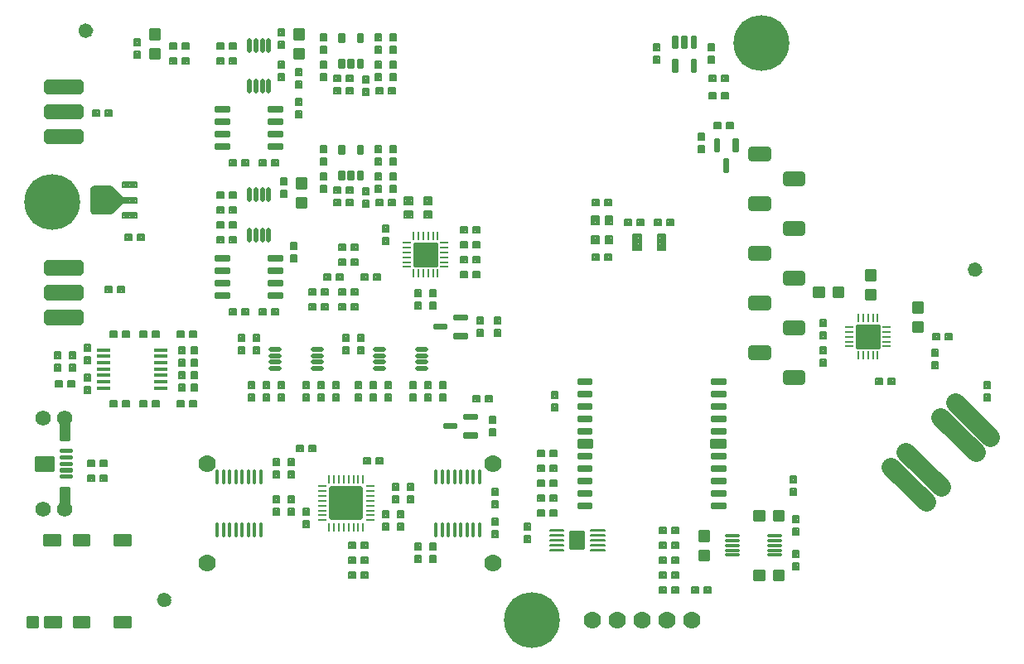
<source format=gbs>
*
*
G04 PADS 9.5 Build Number: 522968 generated Gerber (RS-274-X) file*
G04 PC Version=2.1*
*
%IN "PSDR.pcb"*%
*
%MOIN*%
*
%FSLAX35Y35*%
*
*
*
*
G04 PC Standard Apertures*
*
*
G04 Thermal Relief Aperture macro.*
%AMTER*
1,1,$1,0,0*
1,0,$1-$2,0,0*
21,0,$3,$4,0,0,45*
21,0,$3,$4,0,0,135*
%
*
*
G04 Annular Aperture macro.*
%AMANN*
1,1,$1,0,0*
1,0,$2,0,0*
%
*
*
G04 Odd Aperture macro.*
%AMODD*
1,1,$1,0,0*
1,0,$1-0.005,0,0*
%
*
*
G04 PC Custom Aperture Macros*
*
*
*
*
*
*
G04 PC Aperture Table*
*
%ADD010C,0.001*%
%ADD011C,0.008*%
%ADD012C,0.00787*%
%ADD013C,0.01575*%
%ADD035C,0.03*%
%ADD048C,0.07*%
%ADD072C,0.062*%
%ADD094C,0.00394*%
%ADD102O,0.03346X0.00984*%
%ADD103O,0.00984X0.03346*%
%ADD104C,0.01181*%
%ADD110C,0.016*%
%ADD146C,0.01*%
%ADD148C,0.076*%
%ADD149C,0.01969*%
%ADD150C,0.032*%
%ADD151C,0.22441*%
%ADD153C,0.014*%
%ADD166O,0.05512X0.01575*%
%ADD167O,0.0175X0.05906*%
%ADD168O,0.0535X0.0175*%
%ADD169O,0.06102X0.01142*%
%ADD170O,0.01575X0.05906*%
*
*
*
*
G04 PC Circuitry*
G04 Layer Name PSDR.pcb - circuitry*
%LPD*%
*
*
G04 PC Custom Flashes*
G04 Layer Name PSDR.pcb - flashes*
%LPD*%
*
*
G04 PC Circuitry*
G04 Layer Name PSDR.pcb - circuitry*
%LPD*%
*
G54D10*
G54D11*
G01X212900Y156850D02*
X215100D01*
Y154150*
X212900*
Y156850*
Y154400D02*
X215100D01*
X212900Y155200D02*
X215100D01*
X212900Y156000D02*
X215100D01*
X212900Y156800D02*
X215100D01*
X213600Y154150D02*
Y156850D01*
X214400Y154150D02*
Y156850D01*
X212900Y151850D02*
X215100D01*
Y149150*
X212900*
Y151850*
Y149600D02*
X215100D01*
X212900Y150400D02*
X215100D01*
X212900Y151200D02*
X215100D01*
X213600Y149150D02*
Y151850D01*
X214400Y149150D02*
Y151850D01*
X231150Y140900D02*
Y143100D01*
X233850*
Y140900*
X231150*
Y141600D02*
X233850D01*
X231150Y142400D02*
X233850D01*
X231200Y140900D02*
Y143100D01*
X232000Y140900D02*
Y143100D01*
X232800Y140900D02*
Y143100D01*
X233600Y140900D02*
Y143100D01*
X236150Y140900D02*
Y143100D01*
X238850*
Y140900*
X236150*
Y141600D02*
X238850D01*
X236150Y142400D02*
X238850D01*
X236800Y140900D02*
Y143100D01*
X237600Y140900D02*
Y143100D01*
X238400Y140900D02*
Y143100D01*
X250900Y155850D02*
X253100D01*
Y153150*
X250900*
Y155850*
Y153600D02*
X253100D01*
X250900Y154400D02*
X253100D01*
X250900Y155200D02*
X253100D01*
X251200Y153150D02*
Y155850D01*
X252000Y153150D02*
Y155850D01*
X252800Y153150D02*
Y155850D01*
X250900Y150850D02*
X253100D01*
Y148150*
X250900*
Y150850*
Y148800D02*
X253100D01*
X250900Y149600D02*
X253100D01*
X250900Y150400D02*
X253100D01*
X251200Y148150D02*
Y150850D01*
X252000Y148150D02*
Y150850D01*
X252800Y148150D02*
Y150850D01*
X244900Y155850D02*
X247100D01*
Y153150*
X244900*
Y155850*
Y153600D02*
X247100D01*
X244900Y154400D02*
X247100D01*
X244900Y155200D02*
X247100D01*
X245600Y153150D02*
Y155850D01*
X246400Y153150D02*
Y155850D01*
X244900Y150850D02*
X247100D01*
Y148150*
X244900*
Y150850*
Y148800D02*
X247100D01*
X244900Y149600D02*
X247100D01*
X244900Y150400D02*
X247100D01*
X245600Y148150D02*
Y150850D01*
X246400Y148150D02*
Y150850D01*
X237150Y174900D02*
Y177100D01*
X239850*
Y174900*
X237150*
Y175200D02*
X239850D01*
X237150Y176000D02*
X239850D01*
X237150Y176800D02*
X239850D01*
X237600Y174900D02*
Y177100D01*
X238400Y174900D02*
Y177100D01*
X239200Y174900D02*
Y177100D01*
X242150Y174900D02*
Y177100D01*
X244850*
Y174900*
X242150*
Y175200D02*
X244850D01*
X242150Y176000D02*
X244850D01*
X242150Y176800D02*
X244850D01*
X242400Y174900D02*
Y177100D01*
X243200Y174900D02*
Y177100D01*
X244000Y174900D02*
Y177100D01*
X244800Y174900D02*
Y177100D01*
X206900Y161850D02*
X209100D01*
Y159150*
X206900*
Y161850*
Y159200D02*
X209100D01*
X206900Y160000D02*
X209100D01*
X206900Y160800D02*
X209100D01*
X206900Y161600D02*
X209100D01*
X207200Y159150D02*
Y161850D01*
X208000Y159150D02*
Y161850D01*
X208800Y159150D02*
Y161850D01*
X206900Y156850D02*
X209100D01*
Y154150*
X206900*
Y156850*
Y154400D02*
X209100D01*
X206900Y155200D02*
X209100D01*
X206900Y156000D02*
X209100D01*
X206900Y156800D02*
X209100D01*
X207200Y154150D02*
Y156850D01*
X208000Y154150D02*
Y156850D01*
X208800Y154150D02*
Y156850D01*
X203100Y154150D02*
X200900D01*
Y156850*
X203100*
Y154150*
X200900Y154400D02*
X203100D01*
X200900Y155200D02*
X203100D01*
X200900Y156000D02*
X203100D01*
X200900Y156800D02*
X203100D01*
X201600Y154150D02*
Y156850D01*
X202400Y154150D02*
Y156850D01*
X203100Y159150D02*
X200900D01*
Y161850*
X203100*
Y159150*
X200900Y159200D02*
X203100D01*
X200900Y160000D02*
X203100D01*
X200900Y160800D02*
X203100D01*
X200900Y161600D02*
X203100D01*
X201600Y159150D02*
Y161850D01*
X202400Y159150D02*
Y161850D01*
X248900Y166850D02*
X251100D01*
Y164150*
X248900*
Y166850*
Y164800D02*
X251100D01*
X248900Y165600D02*
X251100D01*
X248900Y166400D02*
X251100D01*
X249600Y164150D02*
Y166850D01*
X250400Y164150D02*
Y166850D01*
X248900Y161850D02*
X251100D01*
Y159150*
X248900*
Y161850*
Y159200D02*
X251100D01*
X248900Y160000D02*
X251100D01*
X248900Y160800D02*
X251100D01*
X248900Y161600D02*
X251100D01*
X249600Y159150D02*
Y161850D01*
X250400Y159150D02*
Y161850D01*
X257100Y159150D02*
X254900D01*
Y161850*
X257100*
Y159150*
X254900Y159200D02*
X257100D01*
X254900Y160000D02*
X257100D01*
X254900Y160800D02*
X257100D01*
X254900Y161600D02*
X257100D01*
X255200Y159150D02*
Y161850D01*
X256000Y159150D02*
Y161850D01*
X256800Y159150D02*
Y161850D01*
X257100Y164150D02*
X254900D01*
Y166850*
X257100*
Y164150*
X254900Y164800D02*
X257100D01*
X254900Y165600D02*
X257100D01*
X254900Y166400D02*
X257100D01*
X255200Y164150D02*
Y166850D01*
X256000Y164150D02*
Y166850D01*
X256800Y164150D02*
Y166850D01*
X423100Y214150D02*
X420900D01*
Y216850*
X423100*
Y214150*
X420900Y214400D02*
X423100D01*
X420900Y215200D02*
X423100D01*
X420900Y216000D02*
X423100D01*
X420900Y216800D02*
X423100D01*
X421600Y214150D02*
Y216850D01*
X422400Y214150D02*
Y216850D01*
X423100Y219150D02*
X420900D01*
Y221850*
X423100*
Y219150*
X420900Y219200D02*
X423100D01*
X420900Y220000D02*
X423100D01*
X420900Y220800D02*
X423100D01*
X420900Y221600D02*
X423100D01*
X421600Y219150D02*
Y221850D01*
X422400Y219150D02*
Y221850D01*
X190850Y237100D02*
Y234900D01*
X188150*
Y237100*
X190850*
X188150Y235200D02*
X190850D01*
X188150Y236000D02*
X190850D01*
X188150Y236800D02*
X190850D01*
X188800Y234900D02*
Y237100D01*
X189600Y234900D02*
Y237100D01*
X190400Y234900D02*
Y237100D01*
X185850D02*
Y234900D01*
X183150*
Y237100*
X185850*
X183150Y235200D02*
X185850D01*
X183150Y236000D02*
X185850D01*
X183150Y236800D02*
X185850D01*
X183200Y234900D02*
Y237100D01*
X184000Y234900D02*
Y237100D01*
X184800Y234900D02*
Y237100D01*
X185600Y234900D02*
Y237100D01*
X450850Y209100D02*
Y206900D01*
X448150*
Y209100*
X450850*
X448150Y207200D02*
X450850D01*
X448150Y208000D02*
X450850D01*
X448150Y208800D02*
X450850D01*
X448800Y206900D02*
Y209100D01*
X449600Y206900D02*
Y209100D01*
X450400Y206900D02*
Y209100D01*
X445850D02*
Y206900D01*
X443150*
Y209100*
X445850*
X443150Y207200D02*
X445850D01*
X443150Y208000D02*
X445850D01*
X443150Y208800D02*
X445850D01*
X443200Y206900D02*
Y209100D01*
X444000Y206900D02*
Y209100D01*
X444800Y206900D02*
Y209100D01*
X445600Y206900D02*
Y209100D01*
X126150Y173900D02*
Y176100D01*
X128850*
Y173900*
X126150*
Y174400D02*
X128850D01*
X126150Y175200D02*
X128850D01*
X126150Y176000D02*
X128850D01*
X126400Y173900D02*
Y176100D01*
X127200Y173900D02*
Y176100D01*
X128000Y173900D02*
Y176100D01*
X128800Y173900D02*
Y176100D01*
X131150Y173900D02*
Y176100D01*
X133850*
Y173900*
X131150*
Y174400D02*
X133850D01*
X131150Y175200D02*
X133850D01*
X131150Y176000D02*
X133850D01*
X131200Y173900D02*
Y176100D01*
X132000Y173900D02*
Y176100D01*
X132800Y173900D02*
Y176100D01*
X133600Y173900D02*
Y176100D01*
X126150Y167900D02*
Y170100D01*
X128850*
Y167900*
X126150*
Y168000D02*
X128850D01*
X126150Y168800D02*
X128850D01*
X126150Y169600D02*
X128850D01*
X126400Y167900D02*
Y170100D01*
X127200Y167900D02*
Y170100D01*
X128000Y167900D02*
Y170100D01*
X128800Y167900D02*
Y170100D01*
X131150Y167900D02*
Y170100D01*
X133850*
Y167900*
X131150*
Y168000D02*
X133850D01*
X131150Y168800D02*
X133850D01*
X131150Y169600D02*
X133850D01*
X131200Y167900D02*
Y170100D01*
X132000Y167900D02*
Y170100D01*
X132800Y167900D02*
Y170100D01*
X133600Y167900D02*
Y170100D01*
X195150Y294900D02*
Y297100D01*
X197850*
Y294900*
X195150*
Y295200D02*
X197850D01*
X195150Y296000D02*
X197850D01*
X195150Y296800D02*
X197850D01*
X195200Y294900D02*
Y297100D01*
X196000Y294900D02*
Y297100D01*
X196800Y294900D02*
Y297100D01*
X197600Y294900D02*
Y297100D01*
X200150Y294900D02*
Y297100D01*
X202850*
Y294900*
X200150*
Y295200D02*
X202850D01*
X200150Y296000D02*
X202850D01*
X200150Y296800D02*
X202850D01*
X200800Y294900D02*
Y297100D01*
X201600Y294900D02*
Y297100D01*
X202400Y294900D02*
Y297100D01*
X329150Y278900D02*
Y281100D01*
X331850*
Y278900*
X329150*
Y279200D02*
X331850D01*
X329150Y280000D02*
X331850D01*
X329150Y280800D02*
X331850D01*
X329600Y278900D02*
Y281100D01*
X330400Y278900D02*
Y281100D01*
X331200Y278900D02*
Y281100D01*
X334150Y278900D02*
Y281100D01*
X336850*
Y278900*
X334150*
Y279200D02*
X336850D01*
X334150Y280000D02*
X336850D01*
X334150Y280800D02*
X336850D01*
X334400Y278900D02*
Y281100D01*
X335200Y278900D02*
Y281100D01*
X336000Y278900D02*
Y281100D01*
X336800Y278900D02*
Y281100D01*
X185850Y284100D02*
Y281900D01*
X183150*
Y284100*
X185850*
X183150Y282400D02*
X185850D01*
X183150Y283200D02*
X185850D01*
X183150Y284000D02*
X185850D01*
X183200Y281900D02*
Y284100D01*
X184000Y281900D02*
Y284100D01*
X184800Y281900D02*
Y284100D01*
X185600Y281900D02*
Y284100D01*
X180850D02*
Y281900D01*
X178150*
Y284100*
X180850*
X178150Y282400D02*
X180850D01*
X178150Y283200D02*
X180850D01*
X178150Y284000D02*
X180850D01*
X178400Y281900D02*
Y284100D01*
X179200Y281900D02*
Y284100D01*
X180000Y281900D02*
Y284100D01*
X180800Y281900D02*
Y284100D01*
X336850Y259100D02*
Y256900D01*
X334150*
Y259100*
X336850*
X334150Y257600D02*
X336850D01*
X334150Y258400D02*
X336850D01*
X334400Y256900D02*
Y259100D01*
X335200Y256900D02*
Y259100D01*
X336000Y256900D02*
Y259100D01*
X336800Y256900D02*
Y259100D01*
X331850D02*
Y256900D01*
X329150*
Y259100*
X331850*
X329150Y257600D02*
X331850D01*
X329150Y258400D02*
X331850D01*
X329600Y256900D02*
Y259100D01*
X330400Y256900D02*
Y259100D01*
X331200Y256900D02*
Y259100D01*
X238850Y131100D02*
Y128900D01*
X236150*
Y131100*
X238850*
X236150Y129600D02*
X238850D01*
X236150Y130400D02*
X238850D01*
X236800Y128900D02*
Y131100D01*
X237600Y128900D02*
Y131100D01*
X238400Y128900D02*
Y131100D01*
X233850D02*
Y128900D01*
X231150*
Y131100*
X233850*
X231150Y129600D02*
X233850D01*
X231150Y130400D02*
X233850D01*
X231200Y128900D02*
Y131100D01*
X232000Y128900D02*
Y131100D01*
X232800Y128900D02*
Y131100D01*
X233600Y128900D02*
Y131100D01*
X231150Y134900D02*
Y137100D01*
X233850*
Y134900*
X231150*
Y135200D02*
X233850D01*
X231150Y136000D02*
X233850D01*
X231150Y136800D02*
X233850D01*
X231200Y134900D02*
Y137100D01*
X232000Y134900D02*
Y137100D01*
X232800Y134900D02*
Y137100D01*
X233600Y134900D02*
Y137100D01*
X236150Y134900D02*
Y137100D01*
X238850*
Y134900*
X236150*
Y135200D02*
X238850D01*
X236150Y136000D02*
X238850D01*
X236150Y136800D02*
X238850D01*
X236800Y134900D02*
Y137100D01*
X237600Y134900D02*
Y137100D01*
X238400Y134900D02*
Y137100D01*
X288900Y152850D02*
X291100D01*
Y150150*
X288900*
Y152850*
Y150400D02*
X291100D01*
X288900Y151200D02*
X291100D01*
X288900Y152000D02*
X291100D01*
X288900Y152800D02*
X291100D01*
X289600Y150150D02*
Y152850D01*
X290400Y150150D02*
Y152850D01*
X288900Y147850D02*
X291100D01*
Y145150*
X288900*
Y147850*
Y145600D02*
X291100D01*
X288900Y146400D02*
X291100D01*
X288900Y147200D02*
X291100D01*
X289600Y145150D02*
Y147850D01*
X290400Y145150D02*
Y147850D01*
X291100Y157150D02*
X288900D01*
Y159850*
X291100*
Y157150*
X288900Y157600D02*
X291100D01*
X288900Y158400D02*
X291100D01*
X288900Y159200D02*
X291100D01*
X289600Y157150D02*
Y159850D01*
X290400Y157150D02*
Y159850D01*
X291100Y162150D02*
X288900D01*
Y164850*
X291100*
Y162150*
X288900Y162400D02*
X291100D01*
X288900Y163200D02*
X291100D01*
X288900Y164000D02*
X291100D01*
X288900Y164800D02*
X291100D01*
X289600Y162150D02*
Y164850D01*
X290400Y162150D02*
Y164850D01*
X263900Y142850D02*
X266100D01*
Y140150*
X263900*
Y142850*
Y140800D02*
X266100D01*
X263900Y141600D02*
X266100D01*
X263900Y142400D02*
X266100D01*
X264000Y140150D02*
Y142850D01*
X264800Y140150D02*
Y142850D01*
X265600Y140150D02*
Y142850D01*
X263900Y137850D02*
X266100D01*
Y135150*
X263900*
Y137850*
Y135200D02*
X266100D01*
X263900Y136000D02*
X266100D01*
X263900Y136800D02*
X266100D01*
X263900Y137600D02*
X266100D01*
X264000Y135150D02*
Y137850D01*
X264800Y135150D02*
Y137850D01*
X265600Y135150D02*
Y137850D01*
X203100Y169150D02*
X200900D01*
Y171850*
X203100*
Y169150*
X200900Y169600D02*
X203100D01*
X200900Y170400D02*
X203100D01*
X200900Y171200D02*
X203100D01*
X201600Y169150D02*
Y171850D01*
X202400Y169150D02*
Y171850D01*
X203100Y174150D02*
X200900D01*
Y176850*
X203100*
Y174150*
X200900Y174400D02*
X203100D01*
X200900Y175200D02*
X203100D01*
X200900Y176000D02*
X203100D01*
X200900Y176800D02*
X203100D01*
X201600Y174150D02*
Y176850D01*
X202400Y174150D02*
Y176850D01*
X257900Y142850D02*
X260100D01*
Y140150*
X257900*
Y142850*
Y140800D02*
X260100D01*
X257900Y141600D02*
X260100D01*
X257900Y142400D02*
X260100D01*
X258400Y140150D02*
Y142850D01*
X259200Y140150D02*
Y142850D01*
X260000Y140150D02*
Y142850D01*
X257900Y137850D02*
X260100D01*
Y135150*
X257900*
Y137850*
Y135200D02*
X260100D01*
X257900Y136000D02*
X260100D01*
X257900Y136800D02*
X260100D01*
X257900Y137600D02*
X260100D01*
X258400Y135150D02*
Y137850D01*
X259200Y135150D02*
Y137850D01*
X260000Y135150D02*
Y137850D01*
X209100Y169150D02*
X206900D01*
Y171850*
X209100*
Y169150*
X206900Y169600D02*
X209100D01*
X206900Y170400D02*
X209100D01*
X206900Y171200D02*
X209100D01*
X207200Y169150D02*
Y171850D01*
X208000Y169150D02*
Y171850D01*
X208800Y169150D02*
Y171850D01*
X209100Y174150D02*
X206900D01*
Y176850*
X209100*
Y174150*
X206900Y174400D02*
X209100D01*
X206900Y175200D02*
X209100D01*
X206900Y176000D02*
X209100D01*
X206900Y176800D02*
X209100D01*
X207200Y174150D02*
Y176850D01*
X208000Y174150D02*
Y176850D01*
X208800Y174150D02*
Y176850D01*
X217850Y182100D02*
Y179900D01*
X215150*
Y182100*
X217850*
X215150Y180000D02*
X217850D01*
X215150Y180800D02*
X217850D01*
X215150Y181600D02*
X217850D01*
X215200Y179900D02*
Y182100D01*
X216000Y179900D02*
Y182100D01*
X216800Y179900D02*
Y182100D01*
X217600Y179900D02*
Y182100D01*
X212850D02*
Y179900D01*
X210150*
Y182100*
X212850*
X210150Y180000D02*
X212850D01*
X210150Y180800D02*
X212850D01*
X210150Y181600D02*
X212850D01*
X210400Y179900D02*
Y182100D01*
X211200Y179900D02*
Y182100D01*
X212000Y179900D02*
Y182100D01*
X212800Y179900D02*
Y182100D01*
X249850Y281100D02*
Y278900D01*
X247150*
Y281100*
X249850*
X247150Y279200D02*
X249850D01*
X247150Y280000D02*
X249850D01*
X247150Y280800D02*
X249850D01*
X247200Y278900D02*
Y281100D01*
X248000Y278900D02*
Y281100D01*
X248800Y278900D02*
Y281100D01*
X249600Y278900D02*
Y281100D01*
X244850D02*
Y278900D01*
X242150*
Y281100*
X244850*
X242150Y279200D02*
X244850D01*
X242150Y280000D02*
X244850D01*
X242150Y280800D02*
X244850D01*
X242400Y278900D02*
Y281100D01*
X243200Y278900D02*
Y281100D01*
X244000Y278900D02*
Y281100D01*
X244800Y278900D02*
Y281100D01*
X249850Y326100D02*
Y323900D01*
X247150*
Y326100*
X249850*
X247150Y324000D02*
X249850D01*
X247150Y324800D02*
X249850D01*
X247150Y325600D02*
X249850D01*
X247200Y323900D02*
Y326100D01*
X248000Y323900D02*
Y326100D01*
X248800Y323900D02*
Y326100D01*
X249600Y323900D02*
Y326100D01*
X244850D02*
Y323900D01*
X242150*
Y326100*
X244850*
X242150Y324000D02*
X244850D01*
X242150Y324800D02*
X244850D01*
X242150Y325600D02*
X244850D01*
X242400Y323900D02*
Y326100D01*
X243200Y323900D02*
Y326100D01*
X244000Y323900D02*
Y326100D01*
X244800Y323900D02*
Y326100D01*
X147100Y338150D02*
X144900D01*
Y340850*
X147100*
Y338150*
X144900Y338400D02*
X147100D01*
X144900Y339200D02*
X147100D01*
X144900Y340000D02*
X147100D01*
X144900Y340800D02*
X147100D01*
X145600Y338150D02*
Y340850D01*
X146400Y338150D02*
Y340850D01*
X147100Y343150D02*
X144900D01*
Y345850*
X147100*
Y343150*
X144900Y343200D02*
X147100D01*
X144900Y344000D02*
X147100D01*
X144900Y344800D02*
X147100D01*
X144900Y345600D02*
X147100D01*
X145600Y343150D02*
Y345850D01*
X146400Y343150D02*
Y345850D01*
X409900Y139850D02*
X412100D01*
Y137150*
X409900*
Y139850*
Y137600D02*
X412100D01*
X409900Y138400D02*
X412100D01*
X409900Y139200D02*
X412100D01*
X410400Y137150D02*
Y139850D01*
X411200Y137150D02*
Y139850D01*
X412000Y137150D02*
Y139850D01*
X409900Y134850D02*
X412100D01*
Y132150*
X409900*
Y134850*
Y132800D02*
X412100D01*
X409900Y133600D02*
X412100D01*
X409900Y134400D02*
X412100D01*
X410400Y132150D02*
Y134850D01*
X411200Y132150D02*
Y134850D01*
X412000Y132150D02*
Y134850D01*
X288850Y202100D02*
Y199900D01*
X286150*
Y202100*
X288850*
X286150Y200000D02*
X288850D01*
X286150Y200800D02*
X288850D01*
X286150Y201600D02*
X288850D01*
X286400Y199900D02*
Y202100D01*
X287200Y199900D02*
Y202100D01*
X288000Y199900D02*
Y202100D01*
X288800Y199900D02*
Y202100D01*
X283850D02*
Y199900D01*
X281150*
Y202100*
X283850*
X281150Y200000D02*
X283850D01*
X281150Y200800D02*
X283850D01*
X281150Y201600D02*
X283850D01*
X281600Y199900D02*
Y202100D01*
X282400Y199900D02*
Y202100D01*
X283200Y199900D02*
Y202100D01*
X290100Y186150D02*
X287900D01*
Y188850*
X290100*
Y186150*
X287900Y186400D02*
X290100D01*
X287900Y187200D02*
X290100D01*
X287900Y188000D02*
X290100D01*
X287900Y188800D02*
X290100D01*
X288000Y186150D02*
Y188850D01*
X288800Y186150D02*
Y188850D01*
X289600Y186150D02*
Y188850D01*
X290100Y191150D02*
X287900D01*
Y193850*
X290100*
Y191150*
X287900Y191200D02*
X290100D01*
X287900Y192000D02*
X290100D01*
X287900Y192800D02*
X290100D01*
X287900Y193600D02*
X290100D01*
X288000Y191150D02*
Y193850D01*
X288800Y191150D02*
Y193850D01*
X289600Y191150D02*
Y193850D01*
X276150Y261900D02*
Y264100D01*
X278850*
Y261900*
X276150*
Y262400D02*
X278850D01*
X276150Y263200D02*
X278850D01*
X276150Y264000D02*
X278850D01*
X276800Y261900D02*
Y264100D01*
X277600Y261900D02*
Y264100D01*
X278400Y261900D02*
Y264100D01*
X281150Y261900D02*
Y264100D01*
X283850*
Y261900*
X281150*
Y262400D02*
X283850D01*
X281150Y263200D02*
X283850D01*
X281150Y264000D02*
X283850D01*
X281600Y261900D02*
Y264100D01*
X282400Y261900D02*
Y264100D01*
X283200Y261900D02*
Y264100D01*
X276150Y255900D02*
Y258100D01*
X278850*
Y255900*
X276150*
Y256000D02*
X278850D01*
X276150Y256800D02*
X278850D01*
X276150Y257600D02*
X278850D01*
X276800Y255900D02*
Y258100D01*
X277600Y255900D02*
Y258100D01*
X278400Y255900D02*
Y258100D01*
X281150Y255900D02*
Y258100D01*
X283850*
Y255900*
X281150*
Y256000D02*
X283850D01*
X281150Y256800D02*
X283850D01*
X281150Y257600D02*
X283850D01*
X281600Y255900D02*
Y258100D01*
X282400Y255900D02*
Y258100D01*
X283200Y255900D02*
Y258100D01*
X263900Y244850D02*
X266100D01*
Y242150*
X263900*
Y244850*
Y242400D02*
X266100D01*
X263900Y243200D02*
X266100D01*
X263900Y244000D02*
X266100D01*
X263900Y244800D02*
X266100D01*
X264000Y242150D02*
Y244850D01*
X264800Y242150D02*
Y244850D01*
X265600Y242150D02*
Y244850D01*
X263900Y239850D02*
X266100D01*
Y237150*
X263900*
Y239850*
Y237600D02*
X266100D01*
X263900Y238400D02*
X266100D01*
X263900Y239200D02*
X266100D01*
X264000Y237150D02*
Y239850D01*
X264800Y237150D02*
Y239850D01*
X265600Y237150D02*
Y239850D01*
X257900Y244850D02*
X260100D01*
Y242150*
X257900*
Y244850*
Y242400D02*
X260100D01*
X257900Y243200D02*
X260100D01*
X257900Y244000D02*
X260100D01*
X257900Y244800D02*
X260100D01*
X258400Y242150D02*
Y244850D01*
X259200Y242150D02*
Y244850D01*
X260000Y242150D02*
Y244850D01*
X257900Y239850D02*
X260100D01*
Y237150*
X257900*
Y239850*
Y237600D02*
X260100D01*
X257900Y238400D02*
X260100D01*
X257900Y239200D02*
X260100D01*
X258400Y237150D02*
Y239850D01*
X259200Y237150D02*
Y239850D01*
X260000Y237150D02*
Y239850D01*
X243850Y251100D02*
Y248900D01*
X241150*
Y251100*
X243850*
X241150Y249600D02*
X243850D01*
X241150Y250400D02*
X243850D01*
X241600Y248900D02*
Y251100D01*
X242400Y248900D02*
Y251100D01*
X243200Y248900D02*
Y251100D01*
X238850D02*
Y248900D01*
X236150*
Y251100*
X238850*
X236150Y249600D02*
X238850D01*
X236150Y250400D02*
X238850D01*
X236800Y248900D02*
Y251100D01*
X237600Y248900D02*
Y251100D01*
X238400Y248900D02*
Y251100D01*
X247100Y263150D02*
X244900D01*
Y265850*
X247100*
Y263150*
X244900Y263200D02*
X247100D01*
X244900Y264000D02*
X247100D01*
X244900Y264800D02*
X247100D01*
X244900Y265600D02*
X247100D01*
X245600Y263150D02*
Y265850D01*
X246400Y263150D02*
Y265850D01*
X247100Y268150D02*
X244900D01*
Y270850*
X247100*
Y268150*
X244900Y268800D02*
X247100D01*
X244900Y269600D02*
X247100D01*
X244900Y270400D02*
X247100D01*
X245600Y268150D02*
Y270850D01*
X246400Y268150D02*
Y270850D01*
X283850Y252100D02*
Y249900D01*
X281150*
Y252100*
X283850*
X281150Y250400D02*
X283850D01*
X281150Y251200D02*
X283850D01*
X281150Y252000D02*
X283850D01*
X281600Y249900D02*
Y252100D01*
X282400Y249900D02*
Y252100D01*
X283200Y249900D02*
Y252100D01*
X278850D02*
Y249900D01*
X276150*
Y252100*
X278850*
X276150Y250400D02*
X278850D01*
X276150Y251200D02*
X278850D01*
X276150Y252000D02*
X278850D01*
X276800Y249900D02*
Y252100D01*
X277600Y249900D02*
Y252100D01*
X278400Y249900D02*
Y252100D01*
X378150Y309900D02*
Y312100D01*
X380850*
Y309900*
X378150*
Y310400D02*
X380850D01*
X378150Y311200D02*
X380850D01*
X378150Y312000D02*
X380850D01*
X378400Y309900D02*
Y312100D01*
X379200Y309900D02*
Y312100D01*
X380000Y309900D02*
Y312100D01*
X380800Y309900D02*
Y312100D01*
X383150Y309900D02*
Y312100D01*
X385850*
Y309900*
X383150*
Y310400D02*
X385850D01*
X383150Y311200D02*
X385850D01*
X383150Y312000D02*
X385850D01*
X383200Y309900D02*
Y312100D01*
X384000Y309900D02*
Y312100D01*
X384800Y309900D02*
Y312100D01*
X385600Y309900D02*
Y312100D01*
X374100Y300150D02*
X371900D01*
Y302850*
X374100*
Y300150*
X371900Y300800D02*
X374100D01*
X371900Y301600D02*
X374100D01*
X371900Y302400D02*
X374100D01*
X372000Y300150D02*
Y302850D01*
X372800Y300150D02*
Y302850D01*
X373600Y300150D02*
Y302850D01*
X374100Y305150D02*
X371900D01*
Y307850*
X374100*
Y305150*
X371900Y305600D02*
X374100D01*
X371900Y306400D02*
X374100D01*
X371900Y307200D02*
X374100D01*
X372000Y305150D02*
Y307850D01*
X372800Y305150D02*
Y307850D01*
X373600Y305150D02*
Y307850D01*
X283850Y270100D02*
Y267900D01*
X281150*
Y270100*
X283850*
X281150Y268000D02*
X283850D01*
X281150Y268800D02*
X283850D01*
X281150Y269600D02*
X283850D01*
X281600Y267900D02*
Y270100D01*
X282400Y267900D02*
Y270100D01*
X283200Y267900D02*
Y270100D01*
X278850D02*
Y267900D01*
X276150*
Y270100*
X278850*
X276150Y268000D02*
X278850D01*
X276150Y268800D02*
X278850D01*
X276150Y269600D02*
X278850D01*
X276800Y267900D02*
Y270100D01*
X277600Y267900D02*
Y270100D01*
X278400Y267900D02*
Y270100D01*
X289900Y233850D02*
X292100D01*
Y231150*
X289900*
Y233850*
Y231200D02*
X292100D01*
X289900Y232000D02*
X292100D01*
X289900Y232800D02*
X292100D01*
X289900Y233600D02*
X292100D01*
X290400Y231150D02*
Y233850D01*
X291200Y231150D02*
Y233850D01*
X292000Y231150D02*
Y233850D01*
X289900Y228850D02*
X292100D01*
Y226150*
X289900*
Y228850*
Y226400D02*
X292100D01*
X289900Y227200D02*
X292100D01*
X289900Y228000D02*
X292100D01*
X289900Y228800D02*
X292100D01*
X290400Y226150D02*
Y228850D01*
X291200Y226150D02*
Y228850D01*
X292000Y226150D02*
Y228850D01*
X411100Y162150D02*
X408900D01*
Y164850*
X411100*
Y162150*
X408900Y162400D02*
X411100D01*
X408900Y163200D02*
X411100D01*
X408900Y164000D02*
X411100D01*
X408900Y164800D02*
X411100D01*
X409600Y162150D02*
Y164850D01*
X410400Y162150D02*
Y164850D01*
X411100Y167150D02*
X408900D01*
Y169850*
X411100*
Y167150*
X408900Y167200D02*
X411100D01*
X408900Y168000D02*
X411100D01*
X408900Y168800D02*
X411100D01*
X408900Y169600D02*
X411100D01*
X409600Y167150D02*
Y169850D01*
X410400Y167150D02*
Y169850D01*
X420900Y232850D02*
X423100D01*
Y230150*
X420900*
Y232850*
Y230400D02*
X423100D01*
X420900Y231200D02*
X423100D01*
X420900Y232000D02*
X423100D01*
X420900Y232800D02*
X423100D01*
X421600Y230150D02*
Y232850D01*
X422400Y230150D02*
Y232850D01*
X420900Y227850D02*
X423100D01*
Y225150*
X420900*
Y227850*
Y225600D02*
X423100D01*
X420900Y226400D02*
X423100D01*
X420900Y227200D02*
X423100D01*
X421600Y225150D02*
Y227850D01*
X422400Y225150D02*
Y227850D01*
X315100Y196150D02*
X312900D01*
Y198850*
X315100*
Y196150*
X312900Y196800D02*
X315100D01*
X312900Y197600D02*
X315100D01*
X312900Y198400D02*
X315100D01*
X313600Y196150D02*
Y198850D01*
X314400Y196150D02*
Y198850D01*
X315100Y201150D02*
X312900D01*
Y203850*
X315100*
Y201150*
X312900Y201600D02*
X315100D01*
X312900Y202400D02*
X315100D01*
X312900Y203200D02*
X315100D01*
X313600Y201150D02*
Y203850D01*
X314400Y201150D02*
Y203850D01*
X314850Y180100D02*
Y177900D01*
X312150*
Y180100*
X314850*
X312150Y178400D02*
X314850D01*
X312150Y179200D02*
X314850D01*
X312150Y180000D02*
X314850D01*
X312800Y177900D02*
Y180100D01*
X313600Y177900D02*
Y180100D01*
X314400Y177900D02*
Y180100D01*
X309850D02*
Y177900D01*
X307150*
Y180100*
X309850*
X307150Y178400D02*
X309850D01*
X307150Y179200D02*
X309850D01*
X307150Y180000D02*
X309850D01*
X307200Y177900D02*
Y180100D01*
X308000Y177900D02*
Y180100D01*
X308800Y177900D02*
Y180100D01*
X309600Y177900D02*
Y180100D01*
X314850Y174100D02*
Y171900D01*
X312150*
Y174100*
X314850*
X312150Y172000D02*
X314850D01*
X312150Y172800D02*
X314850D01*
X312150Y173600D02*
X314850D01*
X312800Y171900D02*
Y174100D01*
X313600Y171900D02*
Y174100D01*
X314400Y171900D02*
Y174100D01*
X309850D02*
Y171900D01*
X307150*
Y174100*
X309850*
X307150Y172000D02*
X309850D01*
X307150Y172800D02*
X309850D01*
X307150Y173600D02*
X309850D01*
X307200Y171900D02*
Y174100D01*
X308000Y171900D02*
Y174100D01*
X308800Y171900D02*
Y174100D01*
X309600Y171900D02*
Y174100D01*
X314850Y168100D02*
Y165900D01*
X312150*
Y168100*
X314850*
X312150Y166400D02*
X314850D01*
X312150Y167200D02*
X314850D01*
X312150Y168000D02*
X314850D01*
X312800Y165900D02*
Y168100D01*
X313600Y165900D02*
Y168100D01*
X314400Y165900D02*
Y168100D01*
X309850D02*
Y165900D01*
X307150*
Y168100*
X309850*
X307150Y166400D02*
X309850D01*
X307150Y167200D02*
X309850D01*
X307150Y168000D02*
X309850D01*
X307200Y165900D02*
Y168100D01*
X308000Y165900D02*
Y168100D01*
X308800Y165900D02*
Y168100D01*
X309600Y165900D02*
Y168100D01*
X207900Y263850D02*
X210100D01*
Y261150*
X207900*
Y263850*
Y261600D02*
X210100D01*
X207900Y262400D02*
X210100D01*
X207900Y263200D02*
X210100D01*
X208000Y261150D02*
Y263850D01*
X208800Y261150D02*
Y263850D01*
X209600Y261150D02*
Y263850D01*
X207900Y258850D02*
X210100D01*
Y256150*
X207900*
Y258850*
Y256800D02*
X210100D01*
X207900Y257600D02*
X210100D01*
X207900Y258400D02*
X210100D01*
X208000Y256150D02*
Y258850D01*
X208800Y256150D02*
Y258850D01*
X209600Y256150D02*
Y258850D01*
X209900Y321850D02*
X212100D01*
Y319150*
X209900*
Y321850*
Y319200D02*
X212100D01*
X209900Y320000D02*
X212100D01*
X209900Y320800D02*
X212100D01*
X209900Y321600D02*
X212100D01*
X210400Y319150D02*
Y321850D01*
X211200Y319150D02*
Y321850D01*
X212000Y319150D02*
Y321850D01*
X209900Y316850D02*
X212100D01*
Y314150*
X209900*
Y316850*
Y314400D02*
X212100D01*
X209900Y315200D02*
X212100D01*
X209900Y316000D02*
X212100D01*
X209900Y316800D02*
X212100D01*
X210400Y314150D02*
Y316850D01*
X211200Y314150D02*
Y316850D01*
X212000Y314150D02*
Y316850D01*
X185850Y344100D02*
Y341900D01*
X183150*
Y344100*
X185850*
X183150Y342400D02*
X185850D01*
X183150Y343200D02*
X185850D01*
X183150Y344000D02*
X185850D01*
X183200Y341900D02*
Y344100D01*
X184000Y341900D02*
Y344100D01*
X184800Y341900D02*
Y344100D01*
X185600Y341900D02*
Y344100D01*
X180850D02*
Y341900D01*
X178150*
Y344100*
X180850*
X178150Y342400D02*
X180850D01*
X178150Y343200D02*
X180850D01*
X178150Y344000D02*
X180850D01*
X178400Y341900D02*
Y344100D01*
X179200Y341900D02*
Y344100D01*
X180000Y341900D02*
Y344100D01*
X180800Y341900D02*
Y344100D01*
X178150Y263900D02*
Y266100D01*
X180850*
Y263900*
X178150*
Y264000D02*
X180850D01*
X178150Y264800D02*
X180850D01*
X178150Y265600D02*
X180850D01*
X178400Y263900D02*
Y266100D01*
X179200Y263900D02*
Y266100D01*
X180000Y263900D02*
Y266100D01*
X180800Y263900D02*
Y266100D01*
X183150Y263900D02*
Y266100D01*
X185850*
Y263900*
X183150*
Y264000D02*
X185850D01*
X183150Y264800D02*
X185850D01*
X183150Y265600D02*
X185850D01*
X183200Y263900D02*
Y266100D01*
X184000Y263900D02*
Y266100D01*
X184800Y263900D02*
Y266100D01*
X185600Y263900D02*
Y266100D01*
X486900Y207850D02*
X489100D01*
Y205150*
X486900*
Y207850*
Y205600D02*
X489100D01*
X486900Y206400D02*
X489100D01*
X486900Y207200D02*
X489100D01*
X487200Y205150D02*
Y207850D01*
X488000Y205150D02*
Y207850D01*
X488800Y205150D02*
Y207850D01*
X486900Y202850D02*
X489100D01*
Y200150*
X486900*
Y202850*
Y200800D02*
X489100D01*
X486900Y201600D02*
X489100D01*
X486900Y202400D02*
X489100D01*
X487200Y200150D02*
Y202850D01*
X488000Y200150D02*
Y202850D01*
X488800Y200150D02*
Y202850D01*
X209900Y333850D02*
X212100D01*
Y331150*
X209900*
Y333850*
Y331200D02*
X212100D01*
X209900Y332000D02*
X212100D01*
X209900Y332800D02*
X212100D01*
X209900Y333600D02*
X212100D01*
X210400Y331150D02*
Y333850D01*
X211200Y331150D02*
Y333850D01*
X212000Y331150D02*
Y333850D01*
X209900Y328850D02*
X212100D01*
Y326150*
X209900*
Y328850*
Y326400D02*
X212100D01*
X209900Y327200D02*
X212100D01*
X209900Y328000D02*
X212100D01*
X209900Y328800D02*
X212100D01*
X210400Y326150D02*
Y328850D01*
X211200Y326150D02*
Y328850D01*
X212000Y326150D02*
Y328850D01*
X468100Y213150D02*
X465900D01*
Y215850*
X468100*
Y213150*
X465900Y213600D02*
X468100D01*
X465900Y214400D02*
X468100D01*
X465900Y215200D02*
X468100D01*
X466400Y213150D02*
Y215850D01*
X467200Y213150D02*
Y215850D01*
X468000Y213150D02*
Y215850D01*
X468100Y218150D02*
X465900D01*
Y220850*
X468100*
Y218150*
X465900Y218400D02*
X468100D01*
X465900Y219200D02*
X468100D01*
X465900Y220000D02*
X468100D01*
X465900Y220800D02*
X468100D01*
X466400Y218150D02*
Y220850D01*
X467200Y218150D02*
Y220850D01*
X468000Y218150D02*
Y220850D01*
X241900Y291850D02*
X244100D01*
Y289150*
X241900*
Y291850*
Y289600D02*
X244100D01*
X241900Y290400D02*
X244100D01*
X241900Y291200D02*
X244100D01*
X242400Y289150D02*
Y291850D01*
X243200Y289150D02*
Y291850D01*
X244000Y289150D02*
Y291850D01*
X241900Y286850D02*
X244100D01*
Y284150*
X241900*
Y286850*
Y284800D02*
X244100D01*
X241900Y285600D02*
X244100D01*
X241900Y286400D02*
X244100D01*
X242400Y284150D02*
Y286850D01*
X243200Y284150D02*
Y286850D01*
X244000Y284150D02*
Y286850D01*
X232850Y281100D02*
Y278900D01*
X230150*
Y281100*
X232850*
X230150Y279200D02*
X232850D01*
X230150Y280000D02*
X232850D01*
X230150Y280800D02*
X232850D01*
X230400Y278900D02*
Y281100D01*
X231200Y278900D02*
Y281100D01*
X232000Y278900D02*
Y281100D01*
X232800Y278900D02*
Y281100D01*
X227850D02*
Y278900D01*
X225150*
Y281100*
X227850*
X225150Y279200D02*
X227850D01*
X225150Y280000D02*
X227850D01*
X225150Y280800D02*
X227850D01*
X225600Y278900D02*
Y281100D01*
X226400Y278900D02*
Y281100D01*
X227200Y278900D02*
Y281100D01*
X219900Y291850D02*
X222100D01*
Y289150*
X219900*
Y291850*
Y289600D02*
X222100D01*
X219900Y290400D02*
X222100D01*
X219900Y291200D02*
X222100D01*
X220000Y289150D02*
Y291850D01*
X220800Y289150D02*
Y291850D01*
X221600Y289150D02*
Y291850D01*
X219900Y286850D02*
X222100D01*
Y284150*
X219900*
Y286850*
Y284800D02*
X222100D01*
X219900Y285600D02*
X222100D01*
X219900Y286400D02*
X222100D01*
X220000Y284150D02*
Y286850D01*
X220800Y284150D02*
Y286850D01*
X221600Y284150D02*
Y286850D01*
X241900Y336850D02*
X244100D01*
Y334150*
X241900*
Y336850*
Y334400D02*
X244100D01*
X241900Y335200D02*
X244100D01*
X241900Y336000D02*
X244100D01*
X241900Y336800D02*
X244100D01*
X242400Y334150D02*
Y336850D01*
X243200Y334150D02*
Y336850D01*
X244000Y334150D02*
Y336850D01*
X241900Y331850D02*
X244100D01*
Y329150*
X241900*
Y331850*
Y329600D02*
X244100D01*
X241900Y330400D02*
X244100D01*
X241900Y331200D02*
X244100D01*
X242400Y329150D02*
Y331850D01*
X243200Y329150D02*
Y331850D01*
X244000Y329150D02*
Y331850D01*
X232850Y326100D02*
Y323900D01*
X230150*
Y326100*
X232850*
X230150Y324000D02*
X232850D01*
X230150Y324800D02*
X232850D01*
X230150Y325600D02*
X232850D01*
X230400Y323900D02*
Y326100D01*
X231200Y323900D02*
Y326100D01*
X232000Y323900D02*
Y326100D01*
X232800Y323900D02*
Y326100D01*
X227850D02*
Y323900D01*
X225150*
Y326100*
X227850*
X225150Y324000D02*
X227850D01*
X225150Y324800D02*
X227850D01*
X225150Y325600D02*
X227850D01*
X225600Y323900D02*
Y326100D01*
X226400Y323900D02*
Y326100D01*
X227200Y323900D02*
Y326100D01*
X231100Y219150D02*
X228900D01*
Y221850*
X231100*
Y219150*
X228900Y219200D02*
X231100D01*
X228900Y220000D02*
X231100D01*
X228900Y220800D02*
X231100D01*
X228900Y221600D02*
X231100D01*
X229600Y219150D02*
Y221850D01*
X230400Y219150D02*
Y221850D01*
X231100Y224150D02*
X228900D01*
Y226850*
X231100*
Y224150*
X228900Y224800D02*
X231100D01*
X228900Y225600D02*
X231100D01*
X228900Y226400D02*
X231100D01*
X229600Y224150D02*
Y226850D01*
X230400Y224150D02*
Y226850D01*
X189100Y219150D02*
X186900D01*
Y221850*
X189100*
Y219150*
X186900Y219200D02*
X189100D01*
X186900Y220000D02*
X189100D01*
X186900Y220800D02*
X189100D01*
X186900Y221600D02*
X189100D01*
X187200Y219150D02*
Y221850D01*
X188000Y219150D02*
Y221850D01*
X188800Y219150D02*
Y221850D01*
X189100Y224150D02*
X186900D01*
Y226850*
X189100*
Y224150*
X186900Y224800D02*
X189100D01*
X186900Y225600D02*
X189100D01*
X186900Y226400D02*
X189100D01*
X187200Y224150D02*
Y226850D01*
X188000Y224150D02*
Y226850D01*
X188800Y224150D02*
Y226850D01*
X237100Y219150D02*
X234900D01*
Y221850*
X237100*
Y219150*
X234900Y219200D02*
X237100D01*
X234900Y220000D02*
X237100D01*
X234900Y220800D02*
X237100D01*
X234900Y221600D02*
X237100D01*
X235200Y219150D02*
Y221850D01*
X236000Y219150D02*
Y221850D01*
X236800Y219150D02*
Y221850D01*
X237100Y224150D02*
X234900D01*
Y226850*
X237100*
Y224150*
X234900Y224800D02*
X237100D01*
X234900Y225600D02*
X237100D01*
X234900Y226400D02*
X237100D01*
X235200Y224150D02*
Y226850D01*
X236000Y224150D02*
Y226850D01*
X236800Y224150D02*
Y226850D01*
X195100Y219150D02*
X192900D01*
Y221850*
X195100*
Y219150*
X192900Y219200D02*
X195100D01*
X192900Y220000D02*
X195100D01*
X192900Y220800D02*
X195100D01*
X192900Y221600D02*
X195100D01*
X193600Y219150D02*
Y221850D01*
X194400Y219150D02*
Y221850D01*
X195100Y224150D02*
X192900D01*
Y226850*
X195100*
Y224150*
X192900Y224800D02*
X195100D01*
X192900Y225600D02*
X195100D01*
X192900Y226400D02*
X195100D01*
X193600Y224150D02*
Y226850D01*
X194400Y224150D02*
Y226850D01*
X228850Y251100D02*
Y248900D01*
X226150*
Y251100*
X228850*
X226150Y249600D02*
X228850D01*
X226150Y250400D02*
X228850D01*
X226400Y248900D02*
Y251100D01*
X227200Y248900D02*
Y251100D01*
X228000Y248900D02*
Y251100D01*
X228800Y248900D02*
Y251100D01*
X223850D02*
Y248900D01*
X221150*
Y251100*
X223850*
X221150Y249600D02*
X223850D01*
X221150Y250400D02*
X223850D01*
X221600Y248900D02*
Y251100D01*
X222400Y248900D02*
Y251100D01*
X223200Y248900D02*
Y251100D01*
X234850Y263100D02*
Y260900D01*
X232150*
Y263100*
X234850*
X232150Y261600D02*
X234850D01*
X232150Y262400D02*
X234850D01*
X232800Y260900D02*
Y263100D01*
X233600Y260900D02*
Y263100D01*
X234400Y260900D02*
Y263100D01*
X229850D02*
Y260900D01*
X227150*
Y263100*
X229850*
X227150Y261600D02*
X229850D01*
X227150Y262400D02*
X229850D01*
X227200Y260900D02*
Y263100D01*
X228000Y260900D02*
Y263100D01*
X228800Y260900D02*
Y263100D01*
X229600Y260900D02*
Y263100D01*
X304100Y143150D02*
X301900D01*
Y145850*
X304100*
Y143150*
X301900Y143200D02*
X304100D01*
X301900Y144000D02*
X304100D01*
X301900Y144800D02*
X304100D01*
X301900Y145600D02*
X304100D01*
X302400Y143150D02*
Y145850D01*
X303200Y143150D02*
Y145850D01*
X304000Y143150D02*
Y145850D01*
X304100Y148150D02*
X301900D01*
Y150850*
X304100*
Y148150*
X301900Y148800D02*
X304100D01*
X301900Y149600D02*
X304100D01*
X301900Y150400D02*
X304100D01*
X302400Y148150D02*
Y150850D01*
X303200Y148150D02*
Y150850D01*
X304000Y148150D02*
Y150850D01*
X219900Y336850D02*
X222100D01*
Y334150*
X219900*
Y336850*
Y334400D02*
X222100D01*
X219900Y335200D02*
X222100D01*
X219900Y336000D02*
X222100D01*
X219900Y336800D02*
X222100D01*
X220000Y334150D02*
Y336850D01*
X220800Y334150D02*
Y336850D01*
X221600Y334150D02*
Y336850D01*
X219900Y331850D02*
X222100D01*
Y329150*
X219900*
Y331850*
Y329600D02*
X222100D01*
X219900Y330400D02*
X222100D01*
X219900Y331200D02*
X222100D01*
X220000Y329150D02*
Y331850D01*
X220800Y329150D02*
Y331850D01*
X221600Y329150D02*
Y331850D01*
X195150Y234900D02*
Y237100D01*
X197850*
Y234900*
X195150*
Y235200D02*
X197850D01*
X195150Y236000D02*
X197850D01*
X195150Y236800D02*
X197850D01*
X195200Y234900D02*
Y237100D01*
X196000Y234900D02*
Y237100D01*
X196800Y234900D02*
Y237100D01*
X197600Y234900D02*
Y237100D01*
X200150Y234900D02*
Y237100D01*
X202850*
Y234900*
X200150*
Y235200D02*
X202850D01*
X200150Y236000D02*
X202850D01*
X200150Y236800D02*
X202850D01*
X200800Y234900D02*
Y237100D01*
X201600Y234900D02*
Y237100D01*
X202400Y234900D02*
Y237100D01*
X202900Y349850D02*
X205100D01*
Y347150*
X202900*
Y349850*
Y347200D02*
X205100D01*
X202900Y348000D02*
X205100D01*
X202900Y348800D02*
X205100D01*
X202900Y349600D02*
X205100D01*
X203200Y347150D02*
Y349850D01*
X204000Y347150D02*
Y349850D01*
X204800Y347150D02*
Y349850D01*
X202900Y344850D02*
X205100D01*
Y342150*
X202900*
Y344850*
Y342400D02*
X205100D01*
X202900Y343200D02*
X205100D01*
X202900Y344000D02*
X205100D01*
X202900Y344800D02*
X205100D01*
X203200Y342150D02*
Y344850D01*
X204000Y342150D02*
Y344850D01*
X204800Y342150D02*
Y344850D01*
X159150Y341900D02*
Y344100D01*
X161850*
Y341900*
X159150*
Y342400D02*
X161850D01*
X159150Y343200D02*
X161850D01*
X159150Y344000D02*
X161850D01*
X159200Y341900D02*
Y344100D01*
X160000Y341900D02*
Y344100D01*
X160800Y341900D02*
Y344100D01*
X161600Y341900D02*
Y344100D01*
X164150Y341900D02*
Y344100D01*
X166850*
Y341900*
X164150*
Y342400D02*
X166850D01*
X164150Y343200D02*
X166850D01*
X164150Y344000D02*
X166850D01*
X164800Y341900D02*
Y344100D01*
X165600Y341900D02*
Y344100D01*
X166400Y341900D02*
Y344100D01*
X166850Y338100D02*
Y335900D01*
X164150*
Y338100*
X166850*
X164150Y336000D02*
X166850D01*
X164150Y336800D02*
X166850D01*
X164150Y337600D02*
X166850D01*
X164800Y335900D02*
Y338100D01*
X165600Y335900D02*
Y338100D01*
X166400Y335900D02*
Y338100D01*
X161850D02*
Y335900D01*
X159150*
Y338100*
X161850*
X159150Y336000D02*
X161850D01*
X159150Y336800D02*
X161850D01*
X159150Y337600D02*
X161850D01*
X159200Y335900D02*
Y338100D01*
X160000Y335900D02*
Y338100D01*
X160800Y335900D02*
Y338100D01*
X161600Y335900D02*
Y338100D01*
X234850Y257100D02*
Y254900D01*
X232150*
Y257100*
X234850*
X232150Y255200D02*
X234850D01*
X232150Y256000D02*
X234850D01*
X232150Y256800D02*
X234850D01*
X232800Y254900D02*
Y257100D01*
X233600Y254900D02*
Y257100D01*
X234400Y254900D02*
Y257100D01*
X229850D02*
Y254900D01*
X227150*
Y257100*
X229850*
X227150Y255200D02*
X229850D01*
X227150Y256000D02*
X229850D01*
X227150Y256800D02*
X229850D01*
X227200Y254900D02*
Y257100D01*
X228000Y254900D02*
Y257100D01*
X228800Y254900D02*
Y257100D01*
X229600Y254900D02*
Y257100D01*
X222850Y245100D02*
Y242900D01*
X220150*
Y245100*
X222850*
X220150Y243200D02*
X222850D01*
X220150Y244000D02*
X222850D01*
X220150Y244800D02*
X222850D01*
X220800Y242900D02*
Y245100D01*
X221600Y242900D02*
Y245100D01*
X222400Y242900D02*
Y245100D01*
X217850D02*
Y242900D01*
X215150*
Y245100*
X217850*
X215150Y243200D02*
X217850D01*
X215150Y244000D02*
X217850D01*
X215150Y244800D02*
X217850D01*
X215200Y242900D02*
Y245100D01*
X216000Y242900D02*
Y245100D01*
X216800Y242900D02*
Y245100D01*
X217600Y242900D02*
Y245100D01*
X203900Y289850D02*
X206100D01*
Y287150*
X203900*
Y289850*
Y287200D02*
X206100D01*
X203900Y288000D02*
X206100D01*
X203900Y288800D02*
X206100D01*
X203900Y289600D02*
X206100D01*
X204000Y287150D02*
Y289850D01*
X204800Y287150D02*
Y289850D01*
X205600Y287150D02*
Y289850D01*
X203900Y284850D02*
X206100D01*
Y282150*
X203900*
Y284850*
Y282400D02*
X206100D01*
X203900Y283200D02*
X206100D01*
X203900Y284000D02*
X206100D01*
X203900Y284800D02*
X206100D01*
X204000Y282150D02*
Y284850D01*
X204800Y282150D02*
Y284850D01*
X205600Y282150D02*
Y284850D01*
X412100Y146150D02*
X409900D01*
Y148850*
X412100*
Y146150*
X409900Y146400D02*
X412100D01*
X409900Y147200D02*
X412100D01*
X409900Y148000D02*
X412100D01*
X409900Y148800D02*
X412100D01*
X410400Y146150D02*
Y148850D01*
X411200Y146150D02*
Y148850D01*
X412000Y146150D02*
Y148850D01*
X412100Y151150D02*
X409900D01*
Y153850*
X412100*
Y151150*
X409900Y151200D02*
X412100D01*
X409900Y152000D02*
X412100D01*
X409900Y152800D02*
X412100D01*
X409900Y153600D02*
X412100D01*
X410400Y151150D02*
Y153850D01*
X411200Y151150D02*
Y153850D01*
X412000Y151150D02*
Y153850D01*
X363850Y125100D02*
Y122900D01*
X361150*
Y125100*
X363850*
X361150Y123200D02*
X363850D01*
X361150Y124000D02*
X363850D01*
X361150Y124800D02*
X363850D01*
X361600Y122900D02*
Y125100D01*
X362400Y122900D02*
Y125100D01*
X363200Y122900D02*
Y125100D01*
X358850D02*
Y122900D01*
X356150*
Y125100*
X358850*
X356150Y123200D02*
X358850D01*
X356150Y124000D02*
X358850D01*
X356150Y124800D02*
X358850D01*
X356800Y122900D02*
Y125100D01*
X357600Y122900D02*
Y125100D01*
X358400Y122900D02*
Y125100D01*
X363850Y137100D02*
Y134900D01*
X361150*
Y137100*
X363850*
X361150Y135200D02*
X363850D01*
X361150Y136000D02*
X363850D01*
X361150Y136800D02*
X363850D01*
X361600Y134900D02*
Y137100D01*
X362400Y134900D02*
Y137100D01*
X363200Y134900D02*
Y137100D01*
X358850D02*
Y134900D01*
X356150*
Y137100*
X358850*
X356150Y135200D02*
X358850D01*
X356150Y136000D02*
X358850D01*
X356150Y136800D02*
X358850D01*
X356800Y134900D02*
Y137100D01*
X357600Y134900D02*
Y137100D01*
X358400Y134900D02*
Y137100D01*
X363850Y149100D02*
Y146900D01*
X361150*
Y149100*
X363850*
X361150Y147200D02*
X363850D01*
X361150Y148000D02*
X363850D01*
X361150Y148800D02*
X363850D01*
X361600Y146900D02*
Y149100D01*
X362400Y146900D02*
Y149100D01*
X363200Y146900D02*
Y149100D01*
X358850D02*
Y146900D01*
X356150*
Y149100*
X358850*
X356150Y147200D02*
X358850D01*
X356150Y148000D02*
X358850D01*
X356150Y148800D02*
X358850D01*
X356800Y146900D02*
Y149100D01*
X357600Y146900D02*
Y149100D01*
X358400Y146900D02*
Y149100D01*
X314850Y156100D02*
Y153900D01*
X312150*
Y156100*
X314850*
X312150Y154400D02*
X314850D01*
X312150Y155200D02*
X314850D01*
X312150Y156000D02*
X314850D01*
X312800Y153900D02*
Y156100D01*
X313600Y153900D02*
Y156100D01*
X314400Y153900D02*
Y156100D01*
X309850D02*
Y153900D01*
X307150*
Y156100*
X309850*
X307150Y154400D02*
X309850D01*
X307150Y155200D02*
X309850D01*
X307150Y156000D02*
X309850D01*
X307200Y153900D02*
Y156100D01*
X308000Y153900D02*
Y156100D01*
X308800Y153900D02*
Y156100D01*
X309600Y153900D02*
Y156100D01*
X178150Y269900D02*
Y272100D01*
X180850*
Y269900*
X178150*
Y270400D02*
X180850D01*
X178150Y271200D02*
X180850D01*
X178150Y272000D02*
X180850D01*
X178400Y269900D02*
Y272100D01*
X179200Y269900D02*
Y272100D01*
X180000Y269900D02*
Y272100D01*
X180800Y269900D02*
Y272100D01*
X183150Y269900D02*
Y272100D01*
X185850*
Y269900*
X183150*
Y270400D02*
X185850D01*
X183150Y271200D02*
X185850D01*
X183150Y272000D02*
X185850D01*
X183200Y269900D02*
Y272100D01*
X184000Y269900D02*
Y272100D01*
X184800Y269900D02*
Y272100D01*
X185600Y269900D02*
Y272100D01*
X178150Y335900D02*
Y338100D01*
X180850*
Y335900*
X178150*
Y336000D02*
X180850D01*
X178150Y336800D02*
X180850D01*
X178150Y337600D02*
X180850D01*
X178400Y335900D02*
Y338100D01*
X179200Y335900D02*
Y338100D01*
X180000Y335900D02*
Y338100D01*
X180800Y335900D02*
Y338100D01*
X183150Y335900D02*
Y338100D01*
X185850*
Y335900*
X183150*
Y336000D02*
X185850D01*
X183150Y336800D02*
X185850D01*
X183150Y337600D02*
X185850D01*
X183200Y335900D02*
Y338100D01*
X184000Y335900D02*
Y338100D01*
X184800Y335900D02*
Y338100D01*
X185600Y335900D02*
Y338100D01*
X202900Y336850D02*
X205100D01*
Y334150*
X202900*
Y336850*
Y334400D02*
X205100D01*
X202900Y335200D02*
X205100D01*
X202900Y336000D02*
X205100D01*
X202900Y336800D02*
X205100D01*
X203200Y334150D02*
Y336850D01*
X204000Y334150D02*
Y336850D01*
X204800Y334150D02*
Y336850D01*
X202900Y331850D02*
X205100D01*
Y329150*
X202900*
Y331850*
Y329600D02*
X205100D01*
X202900Y330400D02*
X205100D01*
X202900Y331200D02*
X205100D01*
X203200Y329150D02*
Y331850D01*
X204000Y329150D02*
Y331850D01*
X204800Y329150D02*
Y331850D01*
X227150Y242900D02*
Y245100D01*
X229850*
Y242900*
X227150*
Y243200D02*
X229850D01*
X227150Y244000D02*
X229850D01*
X227150Y244800D02*
X229850D01*
X227200Y242900D02*
Y245100D01*
X228000Y242900D02*
Y245100D01*
X228800Y242900D02*
Y245100D01*
X229600Y242900D02*
Y245100D01*
X232150Y242900D02*
Y245100D01*
X234850*
Y242900*
X232150*
Y243200D02*
X234850D01*
X232150Y244000D02*
X234850D01*
X232150Y244800D02*
X234850D01*
X232800Y242900D02*
Y245100D01*
X233600Y242900D02*
Y245100D01*
X234400Y242900D02*
Y245100D01*
X162900Y211850D02*
X165100D01*
Y209150*
X162900*
Y211850*
Y209600D02*
X165100D01*
X162900Y210400D02*
X165100D01*
X162900Y211200D02*
X165100D01*
X163200Y209150D02*
Y211850D01*
X164000Y209150D02*
Y211850D01*
X164800Y209150D02*
Y211850D01*
X162900Y206850D02*
X165100D01*
Y204150*
X162900*
Y206850*
Y204800D02*
X165100D01*
X162900Y205600D02*
X165100D01*
X162900Y206400D02*
X165100D01*
X163200Y204150D02*
Y206850D01*
X164000Y204150D02*
Y206850D01*
X164800Y204150D02*
Y206850D01*
X356100Y336150D02*
X353900D01*
Y338850*
X356100*
Y336150*
X353900Y336800D02*
X356100D01*
X353900Y337600D02*
X356100D01*
X353900Y338400D02*
X356100D01*
X354400Y336150D02*
Y338850D01*
X355200Y336150D02*
Y338850D01*
X356000Y336150D02*
Y338850D01*
X356100Y341150D02*
X353900D01*
Y343850*
X356100*
Y341150*
X353900Y341600D02*
X356100D01*
X353900Y342400D02*
X356100D01*
X353900Y343200D02*
X356100D01*
X354400Y341150D02*
Y343850D01*
X355200Y341150D02*
Y343850D01*
X356000Y341150D02*
Y343850D01*
X120850Y208100D02*
Y205900D01*
X118150*
Y208100*
X120850*
X118150Y206400D02*
X120850D01*
X118150Y207200D02*
X120850D01*
X118150Y208000D02*
X120850D01*
X118400Y205900D02*
Y208100D01*
X119200Y205900D02*
Y208100D01*
X120000Y205900D02*
Y208100D01*
X120800Y205900D02*
Y208100D01*
X115850D02*
Y205900D01*
X113150*
Y208100*
X115850*
X113150Y206400D02*
X115850D01*
X113150Y207200D02*
X115850D01*
X113150Y208000D02*
X115850D01*
X113600Y205900D02*
Y208100D01*
X114400Y205900D02*
Y208100D01*
X115200Y205900D02*
Y208100D01*
X118900Y219850D02*
X121100D01*
Y217150*
X118900*
Y219850*
Y217600D02*
X121100D01*
X118900Y218400D02*
X121100D01*
X118900Y219200D02*
X121100D01*
X119200Y217150D02*
Y219850D01*
X120000Y217150D02*
Y219850D01*
X120800Y217150D02*
Y219850D01*
X118900Y214850D02*
X121100D01*
Y212150*
X118900*
Y214850*
Y212800D02*
X121100D01*
X118900Y213600D02*
X121100D01*
X118900Y214400D02*
X121100D01*
X119200Y212150D02*
Y214850D01*
X120000Y212150D02*
Y214850D01*
X120800Y212150D02*
Y214850D01*
X142850Y200100D02*
Y197900D01*
X140150*
Y200100*
X142850*
X140150Y198400D02*
X142850D01*
X140150Y199200D02*
X142850D01*
X140150Y200000D02*
X142850D01*
X140800Y197900D02*
Y200100D01*
X141600Y197900D02*
Y200100D01*
X142400Y197900D02*
Y200100D01*
X137850D02*
Y197900D01*
X135150*
Y200100*
X137850*
X135150Y198400D02*
X137850D01*
X135150Y199200D02*
X137850D01*
X135150Y200000D02*
X137850D01*
X135200Y197900D02*
Y200100D01*
X136000Y197900D02*
Y200100D01*
X136800Y197900D02*
Y200100D01*
X137600Y197900D02*
Y200100D01*
X127100Y203150D02*
X124900D01*
Y205850*
X127100*
Y203150*
X124900Y203200D02*
X127100D01*
X124900Y204000D02*
X127100D01*
X124900Y204800D02*
X127100D01*
X124900Y205600D02*
X127100D01*
X125600Y203150D02*
Y205850D01*
X126400Y203150D02*
Y205850D01*
X127100Y208150D02*
X124900D01*
Y210850*
X127100*
Y208150*
X124900Y208800D02*
X127100D01*
X124900Y209600D02*
X127100D01*
X124900Y210400D02*
X127100D01*
X125600Y208150D02*
Y210850D01*
X126400Y208150D02*
Y210850D01*
X124900Y222850D02*
X127100D01*
Y220150*
X124900*
Y222850*
Y220800D02*
X127100D01*
X124900Y221600D02*
X127100D01*
X124900Y222400D02*
X127100D01*
X125600Y220150D02*
Y222850D01*
X126400Y220150D02*
Y222850D01*
X124900Y217850D02*
X127100D01*
Y215150*
X124900*
Y217850*
Y215200D02*
X127100D01*
X124900Y216000D02*
X127100D01*
X124900Y216800D02*
X127100D01*
X124900Y217600D02*
X127100D01*
X125600Y215150D02*
Y217850D01*
X126400Y215150D02*
Y217850D01*
X142850Y228100D02*
Y225900D01*
X140150*
Y228100*
X142850*
X140150Y226400D02*
X142850D01*
X140150Y227200D02*
X142850D01*
X140150Y228000D02*
X142850D01*
X140800Y225900D02*
Y228100D01*
X141600Y225900D02*
Y228100D01*
X142400Y225900D02*
Y228100D01*
X137850D02*
Y225900D01*
X135150*
Y228100*
X137850*
X135150Y226400D02*
X137850D01*
X135150Y227200D02*
X137850D01*
X135150Y228000D02*
X137850D01*
X135200Y225900D02*
Y228100D01*
X136000Y225900D02*
Y228100D01*
X136800Y225900D02*
Y228100D01*
X137600Y225900D02*
Y228100D01*
X169850Y200100D02*
Y197900D01*
X167150*
Y200100*
X169850*
X167150Y198400D02*
X169850D01*
X167150Y199200D02*
X169850D01*
X167150Y200000D02*
X169850D01*
X167200Y197900D02*
Y200100D01*
X168000Y197900D02*
Y200100D01*
X168800Y197900D02*
Y200100D01*
X169600Y197900D02*
Y200100D01*
X164850D02*
Y197900D01*
X162150*
Y200100*
X164850*
X162150Y198400D02*
X164850D01*
X162150Y199200D02*
X164850D01*
X162150Y200000D02*
X164850D01*
X162400Y197900D02*
Y200100D01*
X163200Y197900D02*
Y200100D01*
X164000Y197900D02*
Y200100D01*
X164800Y197900D02*
Y200100D01*
X162150Y225900D02*
Y228100D01*
X164850*
Y225900*
X162150*
Y226400D02*
X164850D01*
X162150Y227200D02*
X164850D01*
X162150Y228000D02*
X164850D01*
X162400Y225900D02*
Y228100D01*
X163200Y225900D02*
Y228100D01*
X164000Y225900D02*
Y228100D01*
X164800Y225900D02*
Y228100D01*
X167150Y225900D02*
Y228100D01*
X169850*
Y225900*
X167150*
Y226400D02*
X169850D01*
X167150Y227200D02*
X169850D01*
X167150Y228000D02*
X169850D01*
X167200Y225900D02*
Y228100D01*
X168000Y225900D02*
Y228100D01*
X168800Y225900D02*
Y228100D01*
X169600Y225900D02*
Y228100D01*
X165100Y214150D02*
X162900D01*
Y216850*
X165100*
Y214150*
X162900Y214400D02*
X165100D01*
X162900Y215200D02*
X165100D01*
X162900Y216000D02*
X165100D01*
X162900Y216800D02*
X165100D01*
X163200Y214150D02*
Y216850D01*
X164000Y214150D02*
Y216850D01*
X164800Y214150D02*
Y216850D01*
X165100Y219150D02*
X162900D01*
Y221850*
X165100*
Y219150*
X162900Y219200D02*
X165100D01*
X162900Y220000D02*
X165100D01*
X162900Y220800D02*
X165100D01*
X162900Y221600D02*
X165100D01*
X163200Y219150D02*
Y221850D01*
X164000Y219150D02*
Y221850D01*
X164800Y219150D02*
Y221850D01*
X170100Y204150D02*
X167900D01*
Y206850*
X170100*
Y204150*
X167900Y204800D02*
X170100D01*
X167900Y205600D02*
X170100D01*
X167900Y206400D02*
X170100D01*
X168000Y204150D02*
Y206850D01*
X168800Y204150D02*
Y206850D01*
X169600Y204150D02*
Y206850D01*
X170100Y209150D02*
X167900D01*
Y211850*
X170100*
Y209150*
X167900Y209600D02*
X170100D01*
X167900Y210400D02*
X170100D01*
X167900Y211200D02*
X170100D01*
X168000Y209150D02*
Y211850D01*
X168800Y209150D02*
Y211850D01*
X169600Y209150D02*
Y211850D01*
X167900Y221850D02*
X170100D01*
Y219150*
X167900*
Y221850*
Y219200D02*
X170100D01*
X167900Y220000D02*
X170100D01*
X167900Y220800D02*
X170100D01*
X167900Y221600D02*
X170100D01*
X168000Y219150D02*
Y221850D01*
X168800Y219150D02*
Y221850D01*
X169600Y219150D02*
Y221850D01*
X167900Y216850D02*
X170100D01*
Y214150*
X167900*
Y216850*
Y214400D02*
X170100D01*
X167900Y215200D02*
X170100D01*
X167900Y216000D02*
X170100D01*
X167900Y216800D02*
X170100D01*
X168000Y214150D02*
Y216850D01*
X168800Y214150D02*
Y216850D01*
X169600Y214150D02*
Y216850D01*
X154850Y200100D02*
Y197900D01*
X152150*
Y200100*
X154850*
X152150Y198400D02*
X154850D01*
X152150Y199200D02*
X154850D01*
X152150Y200000D02*
X154850D01*
X152800Y197900D02*
Y200100D01*
X153600Y197900D02*
Y200100D01*
X154400Y197900D02*
Y200100D01*
X149850D02*
Y197900D01*
X147150*
Y200100*
X149850*
X147150Y198400D02*
X149850D01*
X147150Y199200D02*
X149850D01*
X147150Y200000D02*
X149850D01*
X147200Y197900D02*
Y200100D01*
X148000Y197900D02*
Y200100D01*
X148800Y197900D02*
Y200100D01*
X149600Y197900D02*
Y200100D01*
X376150Y328900D02*
Y331100D01*
X378850*
Y328900*
X376150*
Y329600D02*
X378850D01*
X376150Y330400D02*
X378850D01*
X376800Y328900D02*
Y331100D01*
X377600Y328900D02*
Y331100D01*
X378400Y328900D02*
Y331100D01*
X381150Y328900D02*
Y331100D01*
X383850*
Y328900*
X381150*
Y329600D02*
X383850D01*
X381150Y330400D02*
X383850D01*
X381600Y328900D02*
Y331100D01*
X382400Y328900D02*
Y331100D01*
X383200Y328900D02*
Y331100D01*
X383850Y324100D02*
Y321900D01*
X381150*
Y324100*
X383850*
X381150Y322400D02*
X383850D01*
X381150Y323200D02*
X383850D01*
X381150Y324000D02*
X383850D01*
X381600Y321900D02*
Y324100D01*
X382400Y321900D02*
Y324100D01*
X383200Y321900D02*
Y324100D01*
X378850D02*
Y321900D01*
X376150*
Y324100*
X378850*
X376150Y322400D02*
X378850D01*
X376150Y323200D02*
X378850D01*
X376150Y324000D02*
X378850D01*
X376800Y321900D02*
Y324100D01*
X377600Y321900D02*
Y324100D01*
X378400Y321900D02*
Y324100D01*
X466150Y224900D02*
Y227100D01*
X468850*
Y224900*
X466150*
Y225600D02*
X468850D01*
X466150Y226400D02*
X468850D01*
X466400Y224900D02*
Y227100D01*
X467200Y224900D02*
Y227100D01*
X468000Y224900D02*
Y227100D01*
X468800Y224900D02*
Y227100D01*
X471150Y224900D02*
Y227100D01*
X473850*
Y224900*
X471150*
Y225600D02*
X473850D01*
X471150Y226400D02*
X473850D01*
X471200Y224900D02*
Y227100D01*
X472000Y224900D02*
Y227100D01*
X472800Y224900D02*
Y227100D01*
X473600Y224900D02*
Y227100D01*
X154850Y228100D02*
Y225900D01*
X152150*
Y228100*
X154850*
X152150Y226400D02*
X154850D01*
X152150Y227200D02*
X154850D01*
X152150Y228000D02*
X154850D01*
X152800Y225900D02*
Y228100D01*
X153600Y225900D02*
Y228100D01*
X154400Y225900D02*
Y228100D01*
X149850D02*
Y225900D01*
X147150*
Y228100*
X149850*
X147150Y226400D02*
X149850D01*
X147150Y227200D02*
X149850D01*
X147150Y228000D02*
X149850D01*
X147200Y225900D02*
Y228100D01*
X148000Y225900D02*
Y228100D01*
X148800Y225900D02*
Y228100D01*
X149600Y225900D02*
Y228100D01*
X342150Y270900D02*
Y273100D01*
X344850*
Y270900*
X342150*
Y271200D02*
X344850D01*
X342150Y272000D02*
X344850D01*
X342150Y272800D02*
X344850D01*
X342400Y270900D02*
Y273100D01*
X343200Y270900D02*
Y273100D01*
X344000Y270900D02*
Y273100D01*
X344800Y270900D02*
Y273100D01*
X347150Y270900D02*
Y273100D01*
X349850*
Y270900*
X347150*
Y271200D02*
X349850D01*
X347150Y272000D02*
X349850D01*
X347150Y272800D02*
X349850D01*
X347200Y270900D02*
Y273100D01*
X348000Y270900D02*
Y273100D01*
X348800Y270900D02*
Y273100D01*
X349600Y270900D02*
Y273100D01*
X361850D02*
Y270900D01*
X359150*
Y273100*
X361850*
X359150Y271200D02*
X361850D01*
X359150Y272000D02*
X361850D01*
X359150Y272800D02*
X361850D01*
X359200Y270900D02*
Y273100D01*
X360000Y270900D02*
Y273100D01*
X360800Y270900D02*
Y273100D01*
X361600Y270900D02*
Y273100D01*
X356850D02*
Y270900D01*
X354150*
Y273100*
X356850*
X354150Y271200D02*
X356850D01*
X354150Y272000D02*
X356850D01*
X354150Y272800D02*
X356850D01*
X354400Y270900D02*
Y273100D01*
X355200Y270900D02*
Y273100D01*
X356000Y270900D02*
Y273100D01*
X356800Y270900D02*
Y273100D01*
X112900Y219850D02*
X115100D01*
Y217150*
X112900*
Y219850*
Y217600D02*
X115100D01*
X112900Y218400D02*
X115100D01*
X112900Y219200D02*
X115100D01*
X113600Y217150D02*
Y219850D01*
X114400Y217150D02*
Y219850D01*
X112900Y214850D02*
X115100D01*
Y212150*
X112900*
Y214850*
Y212800D02*
X115100D01*
X112900Y213600D02*
X115100D01*
X112900Y214400D02*
X115100D01*
X113600Y212150D02*
Y214850D01*
X114400Y212150D02*
Y214850D01*
X356150Y140900D02*
Y143100D01*
X358850*
Y140900*
X356150*
Y141600D02*
X358850D01*
X356150Y142400D02*
X358850D01*
X356800Y140900D02*
Y143100D01*
X357600Y140900D02*
Y143100D01*
X358400Y140900D02*
Y143100D01*
X361150Y140900D02*
Y143100D01*
X363850*
Y140900*
X361150*
Y141600D02*
X363850D01*
X361150Y142400D02*
X363850D01*
X361600Y140900D02*
Y143100D01*
X362400Y140900D02*
Y143100D01*
X363200Y140900D02*
Y143100D01*
X148850Y267100D02*
Y264900D01*
X146150*
Y267100*
X148850*
X146150Y265600D02*
X148850D01*
X146150Y266400D02*
X148850D01*
X146400Y264900D02*
Y267100D01*
X147200Y264900D02*
Y267100D01*
X148000Y264900D02*
Y267100D01*
X148800Y264900D02*
Y267100D01*
X143850D02*
Y264900D01*
X141150*
Y267100*
X143850*
X141150Y265600D02*
X143850D01*
X141150Y266400D02*
X143850D01*
X141600Y264900D02*
Y267100D01*
X142400Y264900D02*
Y267100D01*
X143200Y264900D02*
Y267100D01*
X128150Y314900D02*
Y317100D01*
X130850*
Y314900*
X128150*
Y315200D02*
X130850D01*
X128150Y316000D02*
X130850D01*
X128150Y316800D02*
X130850D01*
X128800Y314900D02*
Y317100D01*
X129600Y314900D02*
Y317100D01*
X130400Y314900D02*
Y317100D01*
X133150Y314900D02*
Y317100D01*
X135850*
Y314900*
X133150*
Y315200D02*
X135850D01*
X133150Y316000D02*
X135850D01*
X133150Y316800D02*
X135850D01*
X133600Y314900D02*
Y317100D01*
X134400Y314900D02*
Y317100D01*
X135200Y314900D02*
Y317100D01*
X363850Y131100D02*
Y128900D01*
X361150*
Y131100*
X363850*
X361150Y129600D02*
X363850D01*
X361150Y130400D02*
X363850D01*
X361600Y128900D02*
Y131100D01*
X362400Y128900D02*
Y131100D01*
X363200Y128900D02*
Y131100D01*
X358850D02*
Y128900D01*
X356150*
Y131100*
X358850*
X356150Y129600D02*
X358850D01*
X356150Y130400D02*
X358850D01*
X356800Y128900D02*
Y131100D01*
X357600Y128900D02*
Y131100D01*
X358400Y128900D02*
Y131100D01*
X133150Y243900D02*
Y246100D01*
X135850*
Y243900*
X133150*
Y244000D02*
X135850D01*
X133150Y244800D02*
X135850D01*
X133150Y245600D02*
X135850D01*
X133600Y243900D02*
Y246100D01*
X134400Y243900D02*
Y246100D01*
X135200Y243900D02*
Y246100D01*
X138150Y243900D02*
Y246100D01*
X140850*
Y243900*
X138150*
Y244000D02*
X140850D01*
X138150Y244800D02*
X140850D01*
X138150Y245600D02*
X140850D01*
X138400Y243900D02*
Y246100D01*
X139200Y243900D02*
Y246100D01*
X140000Y243900D02*
Y246100D01*
X140800Y243900D02*
Y246100D01*
X307150Y159900D02*
Y162100D01*
X309850*
Y159900*
X307150*
Y160000D02*
X309850D01*
X307150Y160800D02*
X309850D01*
X307150Y161600D02*
X309850D01*
X307200Y159900D02*
Y162100D01*
X308000Y159900D02*
Y162100D01*
X308800Y159900D02*
Y162100D01*
X309600Y159900D02*
Y162100D01*
X312150Y159900D02*
Y162100D01*
X314850*
Y159900*
X312150*
Y160000D02*
X314850D01*
X312150Y160800D02*
X314850D01*
X312150Y161600D02*
X314850D01*
X312800Y159900D02*
Y162100D01*
X313600Y159900D02*
Y162100D01*
X314400Y159900D02*
Y162100D01*
X178150Y275900D02*
Y278100D01*
X180850*
Y275900*
X178150*
Y276000D02*
X180850D01*
X178150Y276800D02*
X180850D01*
X178150Y277600D02*
X180850D01*
X178400Y275900D02*
Y278100D01*
X179200Y275900D02*
Y278100D01*
X180000Y275900D02*
Y278100D01*
X180800Y275900D02*
Y278100D01*
X183150Y275900D02*
Y278100D01*
X185850*
Y275900*
X183150*
Y276000D02*
X185850D01*
X183150Y276800D02*
X185850D01*
X183150Y277600D02*
X185850D01*
X183200Y275900D02*
Y278100D01*
X184000Y275900D02*
Y278100D01*
X184800Y275900D02*
Y278100D01*
X185600Y275900D02*
Y278100D01*
X239100Y278150D02*
X236900D01*
Y280850*
X239100*
Y278150*
X236900Y278400D02*
X239100D01*
X236900Y279200D02*
X239100D01*
X236900Y280000D02*
X239100D01*
X236900Y280800D02*
X239100D01*
X237600Y278150D02*
Y280850D01*
X238400Y278150D02*
Y280850D01*
X239100Y283150D02*
X236900D01*
Y285850*
X239100*
Y283150*
X236900Y283200D02*
X239100D01*
X236900Y284000D02*
X239100D01*
X236900Y284800D02*
X239100D01*
X236900Y285600D02*
X239100D01*
X237600Y283150D02*
Y285850D01*
X238400Y283150D02*
Y285850D01*
X239100Y323150D02*
X236900D01*
Y325850*
X239100*
Y323150*
X236900Y323200D02*
X239100D01*
X236900Y324000D02*
X239100D01*
X236900Y324800D02*
X239100D01*
X236900Y325600D02*
X239100D01*
X237600Y323150D02*
Y325850D01*
X238400Y323150D02*
Y325850D01*
X239100Y328150D02*
X236900D01*
Y330850*
X239100*
Y328150*
X236900Y328800D02*
X239100D01*
X236900Y329600D02*
X239100D01*
X236900Y330400D02*
X239100D01*
X237600Y328150D02*
Y330850D01*
X238400Y328150D02*
Y330850D01*
X225150Y283900D02*
Y286100D01*
X227850*
Y283900*
X225150*
Y284000D02*
X227850D01*
X225150Y284800D02*
X227850D01*
X225150Y285600D02*
X227850D01*
X225600Y283900D02*
Y286100D01*
X226400Y283900D02*
Y286100D01*
X227200Y283900D02*
Y286100D01*
X230150Y283900D02*
Y286100D01*
X232850*
Y283900*
X230150*
Y284000D02*
X232850D01*
X230150Y284800D02*
X232850D01*
X230150Y285600D02*
X232850D01*
X230400Y283900D02*
Y286100D01*
X231200Y283900D02*
Y286100D01*
X232000Y283900D02*
Y286100D01*
X232800Y283900D02*
Y286100D01*
X369150Y122900D02*
Y125100D01*
X371850*
Y122900*
X369150*
Y123200D02*
X371850D01*
X369150Y124000D02*
X371850D01*
X369150Y124800D02*
X371850D01*
X369600Y122900D02*
Y125100D01*
X370400Y122900D02*
Y125100D01*
X371200Y122900D02*
Y125100D01*
X374150Y122900D02*
Y125100D01*
X376850*
Y122900*
X374150*
Y123200D02*
X376850D01*
X374150Y124000D02*
X376850D01*
X374150Y124800D02*
X376850D01*
X374400Y122900D02*
Y125100D01*
X375200Y122900D02*
Y125100D01*
X376000Y122900D02*
Y125100D01*
X376800Y122900D02*
Y125100D01*
X225150Y328900D02*
Y331100D01*
X227850*
Y328900*
X225150*
Y329600D02*
X227850D01*
X225150Y330400D02*
X227850D01*
X225600Y328900D02*
Y331100D01*
X226400Y328900D02*
Y331100D01*
X227200Y328900D02*
Y331100D01*
X230150Y328900D02*
Y331100D01*
X232850*
Y328900*
X230150*
Y329600D02*
X232850D01*
X230150Y330400D02*
X232850D01*
X230400Y328900D02*
Y331100D01*
X231200Y328900D02*
Y331100D01*
X232000Y328900D02*
Y331100D01*
X232800Y328900D02*
Y331100D01*
X375900Y343850D02*
X378100D01*
Y341150*
X375900*
Y343850*
Y341600D02*
X378100D01*
X375900Y342400D02*
X378100D01*
X375900Y343200D02*
X378100D01*
X376000Y341150D02*
Y343850D01*
X376800Y341150D02*
Y343850D01*
X377600Y341150D02*
Y343850D01*
X375900Y338850D02*
X378100D01*
Y336150*
X375900*
Y338850*
Y336800D02*
X378100D01*
X375900Y337600D02*
X378100D01*
X375900Y338400D02*
X378100D01*
X376000Y336150D02*
Y338850D01*
X376800Y336150D02*
Y338850D01*
X377600Y336150D02*
Y338850D01*
X215150Y236900D02*
Y239100D01*
X217850*
Y236900*
X215150*
Y237600D02*
X217850D01*
X215150Y238400D02*
X217850D01*
X215200Y236900D02*
Y239100D01*
X216000Y236900D02*
Y239100D01*
X216800Y236900D02*
Y239100D01*
X217600Y236900D02*
Y239100D01*
X220150Y236900D02*
Y239100D01*
X222850*
Y236900*
X220150*
Y237600D02*
X222850D01*
X220150Y238400D02*
X222850D01*
X220800Y236900D02*
Y239100D01*
X221600Y236900D02*
Y239100D01*
X222400Y236900D02*
Y239100D01*
X247900Y302850D02*
X250100D01*
Y300150*
X247900*
Y302850*
Y300800D02*
X250100D01*
X247900Y301600D02*
X250100D01*
X247900Y302400D02*
X250100D01*
X248000Y300150D02*
Y302850D01*
X248800Y300150D02*
Y302850D01*
X249600Y300150D02*
Y302850D01*
X247900Y297850D02*
X250100D01*
Y295150*
X247900*
Y297850*
Y295200D02*
X250100D01*
X247900Y296000D02*
X250100D01*
X247900Y296800D02*
X250100D01*
X247900Y297600D02*
X250100D01*
X248000Y295150D02*
Y297850D01*
X248800Y295150D02*
Y297850D01*
X249600Y295150D02*
Y297850D01*
X247900Y347850D02*
X250100D01*
Y345150*
X247900*
Y347850*
Y345600D02*
X250100D01*
X247900Y346400D02*
X250100D01*
X247900Y347200D02*
X250100D01*
X248000Y345150D02*
Y347850D01*
X248800Y345150D02*
Y347850D01*
X249600Y345150D02*
Y347850D01*
X247900Y342850D02*
X250100D01*
Y340150*
X247900*
Y342850*
Y340800D02*
X250100D01*
X247900Y341600D02*
X250100D01*
X247900Y342400D02*
X250100D01*
X248000Y340150D02*
Y342850D01*
X248800Y340150D02*
Y342850D01*
X249600Y340150D02*
Y342850D01*
X241900Y302850D02*
X244100D01*
Y300150*
X241900*
Y302850*
Y300800D02*
X244100D01*
X241900Y301600D02*
X244100D01*
X241900Y302400D02*
X244100D01*
X242400Y300150D02*
Y302850D01*
X243200Y300150D02*
Y302850D01*
X244000Y300150D02*
Y302850D01*
X241900Y297850D02*
X244100D01*
Y295150*
X241900*
Y297850*
Y295200D02*
X244100D01*
X241900Y296000D02*
X244100D01*
X241900Y296800D02*
X244100D01*
X241900Y297600D02*
X244100D01*
X242400Y295150D02*
Y297850D01*
X243200Y295150D02*
Y297850D01*
X244000Y295150D02*
Y297850D01*
X241900Y347850D02*
X244100D01*
Y345150*
X241900*
Y347850*
Y345600D02*
X244100D01*
X241900Y346400D02*
X244100D01*
X241900Y347200D02*
X244100D01*
X242400Y345150D02*
Y347850D01*
X243200Y345150D02*
Y347850D01*
X244000Y345150D02*
Y347850D01*
X241900Y342850D02*
X244100D01*
Y340150*
X241900*
Y342850*
Y340800D02*
X244100D01*
X241900Y341600D02*
X244100D01*
X241900Y342400D02*
X244100D01*
X242400Y340150D02*
Y342850D01*
X243200Y340150D02*
Y342850D01*
X244000Y340150D02*
Y342850D01*
X190850Y297100D02*
Y294900D01*
X188150*
Y297100*
X190850*
X188150Y295200D02*
X190850D01*
X188150Y296000D02*
X190850D01*
X188150Y296800D02*
X190850D01*
X188800Y294900D02*
Y297100D01*
X189600Y294900D02*
Y297100D01*
X190400Y294900D02*
Y297100D01*
X185850D02*
Y294900D01*
X183150*
Y297100*
X185850*
X183150Y295200D02*
X185850D01*
X183150Y296000D02*
X185850D01*
X183150Y296800D02*
X185850D01*
X183200Y294900D02*
Y297100D01*
X184000Y294900D02*
Y297100D01*
X184800Y294900D02*
Y297100D01*
X185600Y294900D02*
Y297100D01*
X219900Y302850D02*
X222100D01*
Y300150*
X219900*
Y302850*
Y300800D02*
X222100D01*
X219900Y301600D02*
X222100D01*
X219900Y302400D02*
X222100D01*
X220000Y300150D02*
Y302850D01*
X220800Y300150D02*
Y302850D01*
X221600Y300150D02*
Y302850D01*
X219900Y297850D02*
X222100D01*
Y295150*
X219900*
Y297850*
Y295200D02*
X222100D01*
X219900Y296000D02*
X222100D01*
X219900Y296800D02*
X222100D01*
X219900Y297600D02*
X222100D01*
X220000Y295150D02*
Y297850D01*
X220800Y295150D02*
Y297850D01*
X221600Y295150D02*
Y297850D01*
X247900Y291850D02*
X250100D01*
Y289150*
X247900*
Y291850*
Y289600D02*
X250100D01*
X247900Y290400D02*
X250100D01*
X247900Y291200D02*
X250100D01*
X248000Y289150D02*
Y291850D01*
X248800Y289150D02*
Y291850D01*
X249600Y289150D02*
Y291850D01*
X247900Y286850D02*
X250100D01*
Y284150*
X247900*
Y286850*
Y284800D02*
X250100D01*
X247900Y285600D02*
X250100D01*
X247900Y286400D02*
X250100D01*
X248000Y284150D02*
Y286850D01*
X248800Y284150D02*
Y286850D01*
X249600Y284150D02*
Y286850D01*
X219900Y347850D02*
X222100D01*
Y345150*
X219900*
Y347850*
Y345600D02*
X222100D01*
X219900Y346400D02*
X222100D01*
X219900Y347200D02*
X222100D01*
X220000Y345150D02*
Y347850D01*
X220800Y345150D02*
Y347850D01*
X221600Y345150D02*
Y347850D01*
X219900Y342850D02*
X222100D01*
Y340150*
X219900*
Y342850*
Y340800D02*
X222100D01*
X219900Y341600D02*
X222100D01*
X219900Y342400D02*
X222100D01*
X220000Y340150D02*
Y342850D01*
X220800Y340150D02*
Y342850D01*
X221600Y340150D02*
Y342850D01*
X247900Y336850D02*
X250100D01*
Y334150*
X247900*
Y336850*
Y334400D02*
X250100D01*
X247900Y335200D02*
X250100D01*
X247900Y336000D02*
X250100D01*
X247900Y336800D02*
X250100D01*
X248000Y334150D02*
Y336850D01*
X248800Y334150D02*
Y336850D01*
X249600Y334150D02*
Y336850D01*
X247900Y331850D02*
X250100D01*
Y329150*
X247900*
Y331850*
Y329600D02*
X250100D01*
X247900Y330400D02*
X250100D01*
X247900Y331200D02*
X250100D01*
X248000Y329150D02*
Y331850D01*
X248800Y329150D02*
Y331850D01*
X249600Y329150D02*
Y331850D01*
X234850Y239100D02*
Y236900D01*
X232150*
Y239100*
X234850*
X232150Y237600D02*
X234850D01*
X232150Y238400D02*
X234850D01*
X232800Y236900D02*
Y239100D01*
X233600Y236900D02*
Y239100D01*
X234400Y236900D02*
Y239100D01*
X229850D02*
Y236900D01*
X227150*
Y239100*
X229850*
X227150Y237600D02*
X229850D01*
X227150Y238400D02*
X229850D01*
X227200Y236900D02*
Y239100D01*
X228000Y236900D02*
Y239100D01*
X228800Y236900D02*
Y239100D01*
X229600Y236900D02*
Y239100D01*
X270100Y200150D02*
X267900D01*
Y202850*
X270100*
Y200150*
X267900Y200800D02*
X270100D01*
X267900Y201600D02*
X270100D01*
X267900Y202400D02*
X270100D01*
X268000Y200150D02*
Y202850D01*
X268800Y200150D02*
Y202850D01*
X269600Y200150D02*
Y202850D01*
X270100Y205150D02*
X267900D01*
Y207850*
X270100*
Y205150*
X267900Y205600D02*
X270100D01*
X267900Y206400D02*
X270100D01*
X267900Y207200D02*
X270100D01*
X268000Y205150D02*
Y207850D01*
X268800Y205150D02*
Y207850D01*
X269600Y205150D02*
Y207850D01*
X236100Y200150D02*
X233900D01*
Y202850*
X236100*
Y200150*
X233900Y200800D02*
X236100D01*
X233900Y201600D02*
X236100D01*
X233900Y202400D02*
X236100D01*
X234400Y200150D02*
Y202850D01*
X235200Y200150D02*
Y202850D01*
X236000Y200150D02*
Y202850D01*
X236100Y205150D02*
X233900D01*
Y207850*
X236100*
Y205150*
X233900Y205600D02*
X236100D01*
X233900Y206400D02*
X236100D01*
X233900Y207200D02*
X236100D01*
X234400Y205150D02*
Y207850D01*
X235200Y205150D02*
Y207850D01*
X236000Y205150D02*
Y207850D01*
X227100Y200150D02*
X224900D01*
Y202850*
X227100*
Y200150*
X224900Y200800D02*
X227100D01*
X224900Y201600D02*
X227100D01*
X224900Y202400D02*
X227100D01*
X225600Y200150D02*
Y202850D01*
X226400Y200150D02*
Y202850D01*
X227100Y205150D02*
X224900D01*
Y207850*
X227100*
Y205150*
X224900Y205600D02*
X227100D01*
X224900Y206400D02*
X227100D01*
X224900Y207200D02*
X227100D01*
X225600Y205150D02*
Y207850D01*
X226400Y205150D02*
Y207850D01*
X193100Y200150D02*
X190900D01*
Y202850*
X193100*
Y200150*
X190900Y200800D02*
X193100D01*
X190900Y201600D02*
X193100D01*
X190900Y202400D02*
X193100D01*
X191200Y200150D02*
Y202850D01*
X192000Y200150D02*
Y202850D01*
X192800Y200150D02*
Y202850D01*
X193100Y205150D02*
X190900D01*
Y207850*
X193100*
Y205150*
X190900Y205600D02*
X193100D01*
X190900Y206400D02*
X193100D01*
X190900Y207200D02*
X193100D01*
X191200Y205150D02*
Y207850D01*
X192000Y205150D02*
Y207850D01*
X192800Y205150D02*
Y207850D01*
X264100Y200150D02*
X261900D01*
Y202850*
X264100*
Y200150*
X261900Y200800D02*
X264100D01*
X261900Y201600D02*
X264100D01*
X261900Y202400D02*
X264100D01*
X262400Y200150D02*
Y202850D01*
X263200Y200150D02*
Y202850D01*
X264000Y200150D02*
Y202850D01*
X264100Y205150D02*
X261900D01*
Y207850*
X264100*
Y205150*
X261900Y205600D02*
X264100D01*
X261900Y206400D02*
X264100D01*
X261900Y207200D02*
X264100D01*
X262400Y205150D02*
Y207850D01*
X263200Y205150D02*
Y207850D01*
X264000Y205150D02*
Y207850D01*
X242100Y200150D02*
X239900D01*
Y202850*
X242100*
Y200150*
X239900Y200800D02*
X242100D01*
X239900Y201600D02*
X242100D01*
X239900Y202400D02*
X242100D01*
X240000Y200150D02*
Y202850D01*
X240800Y200150D02*
Y202850D01*
X241600Y200150D02*
Y202850D01*
X242100Y205150D02*
X239900D01*
Y207850*
X242100*
Y205150*
X239900Y205600D02*
X242100D01*
X239900Y206400D02*
X242100D01*
X239900Y207200D02*
X242100D01*
X240000Y205150D02*
Y207850D01*
X240800Y205150D02*
Y207850D01*
X241600Y205150D02*
Y207850D01*
X221100Y200150D02*
X218900D01*
Y202850*
X221100*
Y200150*
X218900Y200800D02*
X221100D01*
X218900Y201600D02*
X221100D01*
X218900Y202400D02*
X221100D01*
X219200Y200150D02*
Y202850D01*
X220000Y200150D02*
Y202850D01*
X220800Y200150D02*
Y202850D01*
X221100Y205150D02*
X218900D01*
Y207850*
X221100*
Y205150*
X218900Y205600D02*
X221100D01*
X218900Y206400D02*
X221100D01*
X218900Y207200D02*
X221100D01*
X219200Y205150D02*
Y207850D01*
X220000Y205150D02*
Y207850D01*
X220800Y205150D02*
Y207850D01*
X199100Y200150D02*
X196900D01*
Y202850*
X199100*
Y200150*
X196900Y200800D02*
X199100D01*
X196900Y201600D02*
X199100D01*
X196900Y202400D02*
X199100D01*
X197600Y200150D02*
Y202850D01*
X198400Y200150D02*
Y202850D01*
X199100Y205150D02*
X196900D01*
Y207850*
X199100*
Y205150*
X196900Y205600D02*
X199100D01*
X196900Y206400D02*
X199100D01*
X196900Y207200D02*
X199100D01*
X197600Y205150D02*
Y207850D01*
X198400Y205150D02*
Y207850D01*
X258100Y200150D02*
X255900D01*
Y202850*
X258100*
Y200150*
X255900Y200800D02*
X258100D01*
X255900Y201600D02*
X258100D01*
X255900Y202400D02*
X258100D01*
X256000Y200150D02*
Y202850D01*
X256800Y200150D02*
Y202850D01*
X257600Y200150D02*
Y202850D01*
X258100Y205150D02*
X255900D01*
Y207850*
X258100*
Y205150*
X255900Y205600D02*
X258100D01*
X255900Y206400D02*
X258100D01*
X255900Y207200D02*
X258100D01*
X256000Y205150D02*
Y207850D01*
X256800Y205150D02*
Y207850D01*
X257600Y205150D02*
Y207850D01*
X248100Y200150D02*
X245900D01*
Y202850*
X248100*
Y200150*
X245900Y200800D02*
X248100D01*
X245900Y201600D02*
X248100D01*
X245900Y202400D02*
X248100D01*
X246400Y200150D02*
Y202850D01*
X247200Y200150D02*
Y202850D01*
X248000Y200150D02*
Y202850D01*
X248100Y205150D02*
X245900D01*
Y207850*
X248100*
Y205150*
X245900Y205600D02*
X248100D01*
X245900Y206400D02*
X248100D01*
X245900Y207200D02*
X248100D01*
X246400Y205150D02*
Y207850D01*
X247200Y205150D02*
Y207850D01*
X248000Y205150D02*
Y207850D01*
X215100Y200150D02*
X212900D01*
Y202850*
X215100*
Y200150*
X212900Y200800D02*
X215100D01*
X212900Y201600D02*
X215100D01*
X212900Y202400D02*
X215100D01*
X213600Y200150D02*
Y202850D01*
X214400Y200150D02*
Y202850D01*
X215100Y205150D02*
X212900D01*
Y207850*
X215100*
Y205150*
X212900Y205600D02*
X215100D01*
X212900Y206400D02*
X215100D01*
X212900Y207200D02*
X215100D01*
X213600Y205150D02*
Y207850D01*
X214400Y205150D02*
Y207850D01*
X205100Y200150D02*
X202900D01*
Y202850*
X205100*
Y200150*
X202900Y200800D02*
X205100D01*
X202900Y201600D02*
X205100D01*
X202900Y202400D02*
X205100D01*
X203200Y200150D02*
Y202850D01*
X204000Y200150D02*
Y202850D01*
X204800Y200150D02*
Y202850D01*
X205100Y205150D02*
X202900D01*
Y207850*
X205100*
Y205150*
X202900Y205600D02*
X205100D01*
X202900Y206400D02*
X205100D01*
X202900Y207200D02*
X205100D01*
X203200Y205150D02*
Y207850D01*
X204000Y205150D02*
Y207850D01*
X204800Y205150D02*
Y207850D01*
X285100Y226150D02*
X282900D01*
Y228850*
X285100*
Y226150*
X282900Y226400D02*
X285100D01*
X282900Y227200D02*
X285100D01*
X282900Y228000D02*
X285100D01*
X282900Y228800D02*
X285100D01*
X283200Y226150D02*
Y228850D01*
X284000Y226150D02*
Y228850D01*
X284800Y226150D02*
Y228850D01*
X285100Y231150D02*
X282900D01*
Y233850*
X285100*
Y231150*
X282900Y231200D02*
X285100D01*
X282900Y232000D02*
X285100D01*
X282900Y232800D02*
X285100D01*
X282900Y233600D02*
X285100D01*
X283200Y231150D02*
Y233850D01*
X284000Y231150D02*
Y233850D01*
X284800Y231150D02*
Y233850D01*
X118694Y192710D02*
Y184646D01*
X118676Y184526*
X118621Y184418*
X118621D02*
X118535Y184332D01*
X118427Y184277*
X118307Y184258*
X115551*
X115431Y184277*
X115323Y184332*
X115238Y184418*
X115183Y184526*
X115164Y184646*
Y192710*
X118694*
X115556Y184258D02*
Y192710D01*
X115956Y184258D02*
Y192710D01*
X116356Y184258D02*
Y192710D01*
X116756Y184258D02*
Y192710D01*
X117156Y184258D02*
Y192710D01*
X117556Y184258D02*
Y192710D01*
X117956Y184258D02*
Y192710D01*
X118356Y184266D02*
Y192710D01*
X118307Y165348D02*
X118427Y165329D01*
X118535Y165274*
X118620Y165188*
X118675Y165080*
X118694Y164961*
Y156896*
X115164*
Y164961*
X115183Y165080*
X115238Y165188*
X115323Y165274*
X115431Y165329*
X115551Y165348*
X118307*
X115556Y156896D02*
Y165348D01*
X115956Y156896D02*
Y165348D01*
X116356Y156896D02*
Y165348D01*
X116756Y156896D02*
Y165348D01*
X117156Y156896D02*
Y165348D01*
X117556Y156896D02*
Y165348D01*
X117956Y156896D02*
Y165348D01*
X118356Y156896D02*
Y165340D01*
G54D12*
X334378Y274512D02*
X337134D01*
Y271362*
X334378*
Y274512*
Y271654D02*
X337134D01*
X334378Y272441D02*
X337134D01*
X334378Y273228D02*
X337134D01*
X334378Y274016D02*
X337134D01*
X334646Y271362D02*
Y274512D01*
X335433Y271362D02*
Y274512D01*
X336220Y271362D02*
Y274512D01*
X337008Y271362D02*
Y274512D01*
X334378Y266638D02*
X337134D01*
Y263488*
X334378*
Y266638*
Y263780D02*
X337134D01*
X334378Y264567D02*
X337134D01*
X334378Y265354D02*
X337134D01*
X334378Y266142D02*
X337134D01*
X334646Y263488D02*
Y266638D01*
X335433Y263488D02*
Y266638D01*
X336220Y263488D02*
Y266638D01*
X337008Y263488D02*
Y266638D01*
X328866D02*
X331622D01*
Y263488*
X328866*
Y266638*
Y263780D02*
X331622D01*
X328866Y264567D02*
X331622D01*
X328866Y265354D02*
X331622D01*
X328866Y266142D02*
X331622D01*
X329134Y263488D02*
Y266638D01*
X329921Y263488D02*
Y266638D01*
X330709Y263488D02*
Y266638D01*
X331496Y263488D02*
Y266638D01*
X328866Y274512D02*
X331622D01*
Y271362*
X328866*
Y274512*
Y271654D02*
X331622D01*
X328866Y272441D02*
X331622D01*
X328866Y273228D02*
X331622D01*
X328866Y274016D02*
X331622D01*
X329134Y271362D02*
Y274512D01*
X329921Y271362D02*
Y274512D01*
X330709Y271362D02*
Y274512D01*
X331496Y271362D02*
Y274512D01*
X264512Y276622D02*
Y273866D01*
X261362*
Y276622*
X264512*
X261362Y274016D02*
X264512D01*
X261362Y274803D02*
X264512D01*
X261362Y275591D02*
X264512D01*
X261362Y276378D02*
X264512D01*
X261417Y273866D02*
Y276622D01*
X262205Y273866D02*
Y276622D01*
X262992Y273866D02*
Y276622D01*
X263780Y273866D02*
Y276622D01*
X256638D02*
Y273866D01*
X253488*
Y276622*
X256638*
X253488Y274016D02*
X256638D01*
X253488Y274803D02*
X256638D01*
X253488Y275591D02*
X256638D01*
X253488Y276378D02*
X256638D01*
X253543Y273866D02*
Y276622D01*
X254331Y273866D02*
Y276622D01*
X255118Y273866D02*
Y276622D01*
X255906Y273866D02*
Y276622D01*
X256638Y282134D02*
Y279378D01*
X253488*
Y282134*
X256638*
X253488Y279528D02*
X256638D01*
X253488Y280315D02*
X256638D01*
X253488Y281102D02*
X256638D01*
X253488Y281890D02*
X256638D01*
X253543Y279378D02*
Y282134D01*
X254331Y279378D02*
Y282134D01*
X255118Y279378D02*
Y282134D01*
X255906Y279378D02*
Y282134D01*
X264512D02*
Y279378D01*
X261362*
Y282134*
X264512*
X261362Y279528D02*
X264512D01*
X261362Y280315D02*
X264512D01*
X261362Y281102D02*
X264512D01*
X261362Y281890D02*
X264512D01*
X261417Y279378D02*
Y282134D01*
X262205Y279378D02*
Y282134D01*
X262992Y279378D02*
Y282134D01*
X263780Y279378D02*
Y282134D01*
X145709Y288165D02*
Y286197D01*
X140197*
Y288165*
X145709*
X140197Y286614D02*
X145709D01*
X140197Y287402D02*
X145709D01*
X140945Y286197D02*
Y288165D01*
X141732Y286197D02*
Y288165D01*
X142520Y286197D02*
Y288165D01*
X143307Y286197D02*
Y288165D01*
X144094Y286197D02*
Y288165D01*
X144882Y286197D02*
Y288165D01*
X145669Y286197D02*
Y288165D01*
X145709Y281984D02*
Y280016D01*
X140197*
Y281984*
X145709*
X140197Y280315D02*
X145709D01*
X140197Y281102D02*
X145709D01*
X140197Y281890D02*
X145709D01*
X140945Y280016D02*
Y281984D01*
X141732Y280016D02*
Y281984D01*
X142520Y280016D02*
Y281984D01*
X143307Y280016D02*
Y281984D01*
X144094Y280016D02*
Y281984D01*
X144882Y280016D02*
Y281984D01*
X145669Y280016D02*
Y281984D01*
X145709Y275803D02*
Y273835D01*
X140197*
Y275803*
X145709*
X140197Y274016D02*
X145709D01*
X140197Y274803D02*
X145709D01*
X140197Y275591D02*
X145709D01*
X140945Y273835D02*
Y275803D01*
X141732Y273835D02*
Y275803D01*
X142520Y273835D02*
Y275803D01*
X143307Y273835D02*
Y275803D01*
X144094Y273835D02*
Y275803D01*
X144882Y273835D02*
Y275803D01*
X145669Y273835D02*
Y275803D01*
X345504Y267150D02*
X348654D01*
Y260850*
X345504*
Y267150*
Y261417D02*
X348654D01*
X345504Y262205D02*
X348654D01*
X345504Y262992D02*
X348654D01*
X345504Y263780D02*
X348654D01*
X345504Y264567D02*
X348654D01*
X345504Y265354D02*
X348654D01*
X345504Y266142D02*
X348654D01*
X345504Y266929D02*
X348654D01*
X345669Y260850D02*
Y267150D01*
X346457Y260850D02*
Y267150D01*
X347244Y260850D02*
Y267150D01*
X348031Y260850D02*
Y267150D01*
X355346D02*
X358496D01*
Y260850*
X355346*
Y267150*
Y261417D02*
X358496D01*
X355346Y262205D02*
X358496D01*
X355346Y262992D02*
X358496D01*
X355346Y263780D02*
X358496D01*
X355346Y264567D02*
X358496D01*
X355346Y265354D02*
X358496D01*
X355346Y266142D02*
X358496D01*
X355346Y266929D02*
X358496D01*
X355906Y260850D02*
Y267150D01*
X356693Y260850D02*
Y267150D01*
X357480Y260850D02*
Y267150D01*
X358268Y260850D02*
Y267150D01*
X311976Y139886D02*
Y140240D01*
X317488*
Y139886*
X311976*
Y140157D02*
X317488D01*
X312598Y139886D02*
Y140240D01*
X313386Y139886D02*
Y140240D01*
X314173Y139886D02*
Y140240D01*
X314961Y139886D02*
Y140240D01*
X315748Y139886D02*
Y140240D01*
X316535Y139886D02*
Y140240D01*
X317323Y139886D02*
Y140240D01*
X311976Y141854D02*
Y142209D01*
X317488*
Y141854*
X311976*
X312598D02*
Y142209D01*
X313386Y141854D02*
Y142209D01*
X314173Y141854D02*
Y142209D01*
X314961Y141854D02*
Y142209D01*
X315748Y141854D02*
Y142209D01*
X316535Y141854D02*
Y142209D01*
X317323Y141854D02*
Y142209D01*
X311976Y143823D02*
Y144177D01*
X317488*
Y143823*
X311976*
Y144094D02*
X317488D01*
X312598Y143823D02*
Y144177D01*
X313386Y143823D02*
Y144177D01*
X314173Y143823D02*
Y144177D01*
X314961Y143823D02*
Y144177D01*
X315748Y143823D02*
Y144177D01*
X316535Y143823D02*
Y144177D01*
X317323Y143823D02*
Y144177D01*
X311976Y145791D02*
Y146146D01*
X317488*
Y145791*
X311976*
X312598D02*
Y146146D01*
X313386Y145791D02*
Y146146D01*
X314173Y145791D02*
Y146146D01*
X314961Y145791D02*
Y146146D01*
X315748Y145791D02*
Y146146D01*
X316535Y145791D02*
Y146146D01*
X317323Y145791D02*
Y146146D01*
X311976Y147760D02*
Y148114D01*
X317488*
Y147760*
X311976*
Y148031D02*
X317488D01*
X312598Y147760D02*
Y148114D01*
X313386Y147760D02*
Y148114D01*
X314173Y147760D02*
Y148114D01*
X314961Y147760D02*
Y148114D01*
X315748Y147760D02*
Y148114D01*
X316535Y147760D02*
Y148114D01*
X317323Y147760D02*
Y148114D01*
X328512Y147760D02*
Y148114D01*
X334024*
Y147760*
X328512*
Y148031D02*
X334024D01*
X329134Y147760D02*
Y148114D01*
X329921Y147760D02*
Y148114D01*
X330709Y147760D02*
Y148114D01*
X331496Y147760D02*
Y148114D01*
X332283Y147760D02*
Y148114D01*
X333071Y147760D02*
Y148114D01*
X333858Y147760D02*
Y148114D01*
X328512Y145791D02*
Y146146D01*
X334024*
Y145791*
X328512*
X329134D02*
Y146146D01*
X329921Y145791D02*
Y146146D01*
X330709Y145791D02*
Y146146D01*
X331496Y145791D02*
Y146146D01*
X332283Y145791D02*
Y146146D01*
X333071Y145791D02*
Y146146D01*
X333858Y145791D02*
Y146146D01*
X328512Y143823D02*
Y144177D01*
X334024*
Y143823*
X328512*
Y144094D02*
X334024D01*
X329134Y143823D02*
Y144177D01*
X329921Y143823D02*
Y144177D01*
X330709Y143823D02*
Y144177D01*
X331496Y143823D02*
Y144177D01*
X332283Y143823D02*
Y144177D01*
X333071Y143823D02*
Y144177D01*
X333858Y143823D02*
Y144177D01*
X328512Y141854D02*
Y142209D01*
X334024*
Y141854*
X328512*
X329134D02*
Y142209D01*
X329921Y141854D02*
Y142209D01*
X330709Y141854D02*
Y142209D01*
X331496Y141854D02*
Y142209D01*
X332283Y141854D02*
Y142209D01*
X333071Y141854D02*
Y142209D01*
X333858Y141854D02*
Y142209D01*
X328512Y139886D02*
Y140240D01*
X334024*
Y139886*
X328512*
Y140157D02*
X334024D01*
X329134Y139886D02*
Y140240D01*
X329921Y139886D02*
Y140240D01*
X330709Y139886D02*
Y140240D01*
X331496Y139886D02*
Y140240D01*
X332283Y139886D02*
Y140240D01*
X333071Y139886D02*
Y140240D01*
X333858Y139886D02*
Y140240D01*
X128976Y275488D02*
X128703Y275512D01*
X128438Y275583*
X128189Y275699*
X127964Y275857*
X127770Y276051*
X127613Y276276*
X127497Y276524*
X127425Y276790*
X127425D02*
X127402Y277063D01*
Y284937*
X127425Y285210*
X127425D02*
X127497Y285476D01*
X127613Y285724*
X127770Y285949*
X127964Y286143*
X128189Y286301*
X128438Y286417*
X128703Y286488*
X128976Y286512*
X134854*
X135100Y286492*
X135341Y286435*
X135569Y286340*
X135780Y286211*
X135967Y286051*
X141018Y281000*
X135967Y275949*
X135780Y275789*
X135569Y275660*
X135341Y275565*
X135100Y275508*
X134854Y275488*
X128976*
X127402Y277063D02*
Y284937D01*
X127795Y276025D02*
Y285975D01*
X128189Y275699D02*
Y286301D01*
X128583Y275544D02*
Y286456D01*
X128976Y275488D02*
Y286512D01*
X129370Y275488D02*
Y286512D01*
X129764Y275488D02*
Y286512D01*
X130157Y275488D02*
Y286512D01*
X130551Y275488D02*
Y286512D01*
X130945Y275488D02*
Y286512D01*
X131339Y275488D02*
Y286512D01*
X131732Y275488D02*
Y286512D01*
X132126Y275488D02*
Y286512D01*
X132520Y275488D02*
Y286512D01*
X132913Y275488D02*
Y286512D01*
X133307Y275488D02*
Y286512D01*
X133701Y275488D02*
Y286512D01*
X134094Y275488D02*
Y286512D01*
X134488Y275488D02*
Y286512D01*
X134882Y275490D02*
Y286510D01*
X135276Y275550D02*
Y286450D01*
X135669Y275721D02*
Y286279D01*
X136063Y276045D02*
Y285955D01*
X136457Y276439D02*
Y285561D01*
X136850Y276832D02*
Y285168D01*
X137244Y277226D02*
Y284774D01*
X137638Y277620D02*
Y284380D01*
X138031Y278013D02*
Y283987D01*
X138425Y278407D02*
Y283593D01*
X138819Y278801D02*
Y283199D01*
X139213Y279195D02*
Y282805D01*
X139606Y279588D02*
Y282412D01*
X140000Y279982D02*
Y282018D01*
X140394Y280376D02*
Y281624D01*
X140787Y280769D02*
Y281231D01*
G54D13*
X257866Y263134D02*
X266134D01*
Y254866*
X257866*
Y263134*
Y255906D02*
X266134D01*
X257866Y257480D02*
X266134D01*
X257866Y259055D02*
X266134D01*
X257866Y260630D02*
X266134D01*
X257866Y262205D02*
X266134D01*
X259055Y254866D02*
Y263134D01*
X260630Y254866D02*
Y263134D01*
X262205Y254866D02*
Y263134D01*
X263780Y254866D02*
Y263134D01*
X265354Y254866D02*
Y263134D01*
G54D35*
X407012Y208154D02*
Y211059D01*
X413067*
Y208154*
X407012*
Y211000D02*
X413067D01*
X409000Y208154D02*
Y211059D01*
X412000Y208154D02*
Y211059D01*
X393232Y218154D02*
Y221059D01*
X399287*
Y218154*
X393232*
Y220000D02*
X399287D01*
X394000Y218154D02*
Y221059D01*
X397000Y218154D02*
Y221059D01*
X407012Y228154D02*
Y231059D01*
X413067*
Y228154*
X407012*
Y229000D02*
X413067D01*
X409000Y228154D02*
Y231059D01*
X412000Y228154D02*
Y231059D01*
X393232Y238154D02*
Y241059D01*
X399287*
Y238154*
X393232*
Y241000D02*
X399287D01*
X394000Y238154D02*
Y241059D01*
X397000Y238154D02*
Y241059D01*
X407012Y248154D02*
Y251059D01*
X413067*
Y248154*
X407012*
Y250000D02*
X413067D01*
X409000Y248154D02*
Y251059D01*
X412000Y248154D02*
Y251059D01*
X393232Y258154D02*
Y261059D01*
X399287*
Y258154*
X393232*
Y259000D02*
X399287D01*
X394000Y258154D02*
Y261059D01*
X397000Y258154D02*
Y261059D01*
X407012Y268154D02*
Y271059D01*
X413067*
Y268154*
X407012*
Y271000D02*
X413067D01*
X409000Y268154D02*
Y271059D01*
X412000Y268154D02*
Y271059D01*
X393232Y278154D02*
Y281059D01*
X399287*
Y278154*
X393232*
Y280000D02*
X399287D01*
X394000Y278154D02*
Y281059D01*
X397000Y278154D02*
Y281059D01*
X407012Y288154D02*
Y291059D01*
X413067*
Y288154*
X407012*
Y289000D02*
X413067D01*
X409000Y288154D02*
Y291059D01*
X412000Y288154D02*
Y291059D01*
X393232Y298154D02*
Y301059D01*
X399287*
Y298154*
X393232*
Y301000D02*
X399287D01*
X394000Y298154D02*
Y301059D01*
X397000Y298154D02*
Y301059D01*
G54D48*
X329000Y112000D03*
X339000D03*
X349000D03*
X289000Y175000D03*
X174000D03*
Y135000D03*
X289000D03*
X359000Y112000D03*
X369000D03*
G54D72*
X108071Y193110D03*
X116929D03*
Y156496D03*
X108071D03*
X116929Y193110D03*
Y156496D03*
G54D94*
X483029Y252996D03*
X125229Y349196D03*
X156829Y119996D03*
G54D102*
X220354Y152110D03*
Y154079D03*
Y156047D03*
Y158016D03*
Y159984D03*
Y161953D03*
Y163921D03*
Y165890D03*
X239646D03*
Y163921D03*
Y161953D03*
Y159984D03*
Y158016D03*
Y156047D03*
Y154079D03*
Y152110D03*
X269579Y263921D03*
Y261953D03*
Y259984D03*
Y258016D03*
Y256047D03*
Y254079D03*
X254421D03*
Y256047D03*
Y258016D03*
Y259984D03*
Y261953D03*
Y263921D03*
X447579Y229937D03*
Y227969D03*
Y226000D03*
Y224031D03*
Y222063D03*
X432421D03*
Y224031D03*
Y226000D03*
Y227969D03*
Y229937D03*
G54D103*
X223110Y168646D03*
X225079D03*
X227047D03*
X229016D03*
X230984D03*
X232953D03*
X234921D03*
X236890D03*
Y149354D03*
X234921D03*
X232953D03*
X230984D03*
X229016D03*
X227047D03*
X225079D03*
X223110D03*
X257079Y266579D03*
X259047D03*
X261016D03*
X262984D03*
X264953D03*
X266921D03*
Y251421D03*
X264953D03*
X262984D03*
X261016D03*
X259047D03*
X257079D03*
X443937Y218421D03*
X441969D03*
X440000D03*
X438031D03*
X436063D03*
Y233579D03*
X438031D03*
X440000D03*
X441969D03*
X443937D03*
G54D104*
X115472Y179724D02*
Y180118D01*
X119409*
Y179724*
X115472*
X116535D02*
Y180118D01*
X117717Y179724D02*
Y180118D01*
X118898Y179724D02*
Y180118D01*
X115472Y177165D02*
Y177559D01*
X119409*
Y177165*
X115472*
X116535D02*
Y177559D01*
X117717Y177165D02*
Y177559D01*
X118898Y177165D02*
Y177559D01*
X115472Y174606D02*
Y175000D01*
X119409*
Y174606*
X115472*
X116535D02*
Y175000D01*
X117717Y174606D02*
Y175000D01*
X118898Y174606D02*
Y175000D01*
X115472Y172047D02*
Y172441D01*
X119409*
Y172047*
X115472*
X119409*
X116535D02*
Y172441D01*
X117717Y172047D02*
Y172441D01*
X118898Y172047D02*
Y172441D01*
X115472Y169488D02*
Y169882D01*
X119409*
Y169488*
X115472*
Y169685D02*
X119409D01*
X116535Y169488D02*
Y169882D01*
X117717Y169488D02*
Y169882D01*
X118898Y169488D02*
Y169882D01*
X435669Y221669D02*
Y230331D01*
X444331*
Y221669*
X435669*
Y222835D02*
X444331D01*
X435669Y224016D02*
X444331D01*
X435669Y225197D02*
X444331D01*
X435669Y226378D02*
X444331D01*
X435669Y227559D02*
X444331D01*
X435669Y228740D02*
X444331D01*
X435669Y229921D02*
X444331D01*
X436614Y221669D02*
Y230331D01*
X437795Y221669D02*
Y230331D01*
X438976Y221669D02*
Y230331D01*
X440157Y221669D02*
Y230331D01*
X441339Y221669D02*
Y230331D01*
X442520Y221669D02*
Y230331D01*
X443701Y221669D02*
Y230331D01*
X102165Y112992D02*
X105709D01*
Y109252*
X102165*
Y112992*
Y109449D02*
X105709D01*
X102165Y110630D02*
X105709D01*
X102165Y111811D02*
X105709D01*
X102165Y112992D02*
X105709D01*
X102362Y109252D02*
Y112992D01*
X103543Y109252D02*
Y112992D01*
X104724Y109252D02*
Y112992D01*
X137205Y142126D02*
Y145866D01*
X143110*
Y142126*
X137205*
Y142520D02*
X143110D01*
X137205Y143701D02*
X143110D01*
X137205Y144882D02*
X143110D01*
X137795Y142126D02*
Y145866D01*
X138976Y142126D02*
Y145866D01*
X140157Y142126D02*
Y145866D01*
X141339Y142126D02*
Y145866D01*
X142520Y142126D02*
Y145866D01*
X120669Y142126D02*
Y145866D01*
X126575*
Y142126*
X120669*
Y142520D02*
X126575D01*
X120669Y143701D02*
X126575D01*
X120669Y144882D02*
X126575D01*
X121260Y142126D02*
Y145866D01*
X122441Y142126D02*
Y145866D01*
X123622Y142126D02*
Y145866D01*
X124803Y142126D02*
Y145866D01*
X125984Y142126D02*
Y145866D01*
X108858Y142126D02*
Y145866D01*
X114764*
Y142126*
X108858*
Y142520D02*
X114764D01*
X108858Y143701D02*
X114764D01*
X108858Y144882D02*
X114764D01*
X109449Y142126D02*
Y145866D01*
X110630Y142126D02*
Y145866D01*
X111811Y142126D02*
Y145866D01*
X112992Y142126D02*
Y145866D01*
X114173Y142126D02*
Y145866D01*
X137205Y109252D02*
Y112992D01*
X143110*
Y109252*
X137205*
Y109449D02*
X143110D01*
X137205Y110630D02*
X143110D01*
X137205Y111811D02*
X143110D01*
X137205Y112992D02*
X143110D01*
X137795Y109252D02*
Y112992D01*
X138976Y109252D02*
Y112992D01*
X140157Y109252D02*
Y112992D01*
X141339Y109252D02*
Y112992D01*
X142520Y109252D02*
Y112992D01*
X120669Y109252D02*
Y112992D01*
X126575*
Y109252*
X120669*
Y109449D02*
X126575D01*
X120669Y110630D02*
X126575D01*
X120669Y111811D02*
X126575D01*
X120669Y112992D02*
X126575D01*
X121260Y109252D02*
Y112992D01*
X122441Y109252D02*
Y112992D01*
X123622Y109252D02*
Y112992D01*
X124803Y109252D02*
Y112992D01*
X125984Y109252D02*
Y112992D01*
X109252Y109252D02*
Y112992D01*
X115157*
Y109252*
X109252*
Y109449D02*
X115157D01*
X109252Y110630D02*
X115157D01*
X109252Y111811D02*
X115157D01*
X109252Y112992D02*
X115157D01*
X109449Y109252D02*
Y112992D01*
X110630Y109252D02*
Y112992D01*
X111811Y109252D02*
Y112992D01*
X112992Y109252D02*
Y112992D01*
X114173Y109252D02*
Y112992D01*
X177909Y241909D02*
Y243091D01*
X182831*
Y241909*
X177909*
Y242913D02*
X182831D01*
X177953Y241909D02*
Y243091D01*
X179134Y241909D02*
Y243091D01*
X180315Y241909D02*
Y243091D01*
X181496Y241909D02*
Y243091D01*
X182677Y241909D02*
Y243091D01*
X177909Y246909D02*
Y248091D01*
X182831*
Y246909*
X177909*
Y247638D02*
X182831D01*
X177953Y246909D02*
Y248091D01*
X179134Y246909D02*
Y248091D01*
X180315Y246909D02*
Y248091D01*
X181496Y246909D02*
Y248091D01*
X182677Y246909D02*
Y248091D01*
X177909Y251909D02*
Y253091D01*
X182831*
Y251909*
X177909*
Y252362D02*
X182831D01*
X177953Y251909D02*
Y253091D01*
X179134Y251909D02*
Y253091D01*
X180315Y251909D02*
Y253091D01*
X181496Y251909D02*
Y253091D01*
X182677Y251909D02*
Y253091D01*
X177909Y256909D02*
Y258091D01*
X182831*
Y256909*
X177909*
Y257087D02*
X182831D01*
X177953Y256909D02*
Y258091D01*
X179134Y256909D02*
Y258091D01*
X180315Y256909D02*
Y258091D01*
X181496Y256909D02*
Y258091D01*
X182677Y256909D02*
Y258091D01*
X199169Y256909D02*
Y258091D01*
X204091*
Y256909*
X199169*
Y257087D02*
X204091D01*
X199213Y256909D02*
Y258091D01*
X200394Y256909D02*
Y258091D01*
X201575Y256909D02*
Y258091D01*
X202756Y256909D02*
Y258091D01*
X203937Y256909D02*
Y258091D01*
X199169Y251909D02*
Y253091D01*
X204091*
Y251909*
X199169*
Y252362D02*
X204091D01*
X199213Y251909D02*
Y253091D01*
X200394Y251909D02*
Y253091D01*
X201575Y251909D02*
Y253091D01*
X202756Y251909D02*
Y253091D01*
X203937Y251909D02*
Y253091D01*
X199169Y246909D02*
Y248091D01*
X204091*
Y246909*
X199169*
Y247638D02*
X204091D01*
X199213Y246909D02*
Y248091D01*
X200394Y246909D02*
Y248091D01*
X201575Y246909D02*
Y248091D01*
X202756Y246909D02*
Y248091D01*
X203937Y246909D02*
Y248091D01*
X199169Y241909D02*
Y243091D01*
X204091*
Y241909*
X199169*
Y242913D02*
X204091D01*
X199213Y241909D02*
Y243091D01*
X200394Y241909D02*
Y243091D01*
X201575Y241909D02*
Y243091D01*
X202756Y241909D02*
Y243091D01*
X203937Y241909D02*
Y243091D01*
X177909Y301909D02*
Y303091D01*
X182831*
Y301909*
X177909*
Y301969D02*
X182831D01*
X177953Y301909D02*
Y303091D01*
X179134Y301909D02*
Y303091D01*
X180315Y301909D02*
Y303091D01*
X181496Y301909D02*
Y303091D01*
X182677Y301909D02*
Y303091D01*
X177909Y306909D02*
Y308091D01*
X182831*
Y306909*
X177909*
Y307874D02*
X182831D01*
X177953Y306909D02*
Y308091D01*
X179134Y306909D02*
Y308091D01*
X180315Y306909D02*
Y308091D01*
X181496Y306909D02*
Y308091D01*
X182677Y306909D02*
Y308091D01*
X177909Y311909D02*
Y313091D01*
X182831*
Y311909*
X177909*
Y312598D02*
X182831D01*
X177953Y311909D02*
Y313091D01*
X179134Y311909D02*
Y313091D01*
X180315Y311909D02*
Y313091D01*
X181496Y311909D02*
Y313091D01*
X182677Y311909D02*
Y313091D01*
X177909Y316909D02*
Y318091D01*
X182831*
Y316909*
X177909*
Y317323D02*
X182831D01*
X177953Y316909D02*
Y318091D01*
X179134Y316909D02*
Y318091D01*
X180315Y316909D02*
Y318091D01*
X181496Y316909D02*
Y318091D01*
X182677Y316909D02*
Y318091D01*
X199169Y316909D02*
Y318091D01*
X204091*
Y316909*
X199169*
Y317323D02*
X204091D01*
X199213Y316909D02*
Y318091D01*
X200394Y316909D02*
Y318091D01*
X201575Y316909D02*
Y318091D01*
X202756Y316909D02*
Y318091D01*
X203937Y316909D02*
Y318091D01*
X199169Y311909D02*
Y313091D01*
X204091*
Y311909*
X199169*
Y312598D02*
X204091D01*
X199213Y311909D02*
Y313091D01*
X200394Y311909D02*
Y313091D01*
X201575Y311909D02*
Y313091D01*
X202756Y311909D02*
Y313091D01*
X203937Y311909D02*
Y313091D01*
X199169Y306909D02*
Y308091D01*
X204091*
Y306909*
X199169*
Y307874D02*
X204091D01*
X199213Y306909D02*
Y308091D01*
X200394Y306909D02*
Y308091D01*
X201575Y306909D02*
Y308091D01*
X202756Y306909D02*
Y308091D01*
X203937Y306909D02*
Y308091D01*
X199169Y301909D02*
Y303091D01*
X204091*
Y301909*
X199169*
Y301969D02*
X204091D01*
X199213Y301909D02*
Y303091D01*
X200394Y301909D02*
Y303091D01*
X201575Y301909D02*
Y303091D01*
X202756Y301909D02*
Y303091D01*
X203937Y301909D02*
Y303091D01*
X236528Y289504D02*
X234953D01*
Y292260*
X236528*
Y289504*
X234953Y290157D02*
X236528D01*
X234953Y291339D02*
X236528D01*
X235827Y289504D02*
Y292260D01*
X232787Y289504D02*
X231213D01*
Y292260*
X232787*
Y289504*
X231213Y290157D02*
X232787D01*
X231213Y291339D02*
X232787D01*
X232283Y289504D02*
Y292260D01*
X229047Y289504D02*
X227472D01*
Y292260*
X229047*
Y289504*
X227472Y290157D02*
X229047D01*
X227472Y291339D02*
X229047D01*
X227559Y289504D02*
Y292260D01*
X228740Y289504D02*
Y292260D01*
X229047Y299740D02*
X227472D01*
Y302496*
X229047*
Y299740*
X227472Y300787D02*
X229047D01*
X227472Y301969D02*
X229047D01*
X227559Y299740D02*
Y302496D01*
X228740Y299740D02*
Y302496D01*
X236528Y299740D02*
X234953D01*
Y302496*
X236528*
Y299740*
X234953Y300787D02*
X236528D01*
X234953Y301969D02*
X236528D01*
X235827Y299740D02*
Y302496D01*
X236528Y334504D02*
X234953D01*
Y337260*
X236528*
Y334504*
X234953Y335039D02*
X236528D01*
X234953Y336220D02*
X236528D01*
X235827Y334504D02*
Y337260D01*
X232787Y334504D02*
X231213D01*
Y337260*
X232787*
Y334504*
X231213Y335039D02*
X232787D01*
X231213Y336220D02*
X232787D01*
X232283Y334504D02*
Y337260D01*
X229047Y334504D02*
X227472D01*
Y337260*
X229047*
Y334504*
X227472Y335039D02*
X229047D01*
X227472Y336220D02*
X229047D01*
X227559Y334504D02*
Y337260D01*
X228740Y334504D02*
Y337260D01*
X229047Y344740D02*
X227472D01*
Y347496*
X229047*
Y344740*
X227472Y345669D02*
X229047D01*
X227472Y346850D02*
X229047D01*
X227559Y344740D02*
Y347496D01*
X228740Y344740D02*
Y347496D01*
X236528Y344740D02*
X234953D01*
Y347496*
X236528*
Y344740*
X234953Y345669D02*
X236528D01*
X234953Y346850D02*
X236528D01*
X235827Y344740D02*
Y347496D01*
X325500Y140890D02*
X320500D01*
Y147110*
X325500*
Y140890*
X320500Y141339D02*
X325500D01*
X320500Y142520D02*
X325500D01*
X320500Y143701D02*
X325500D01*
X320500Y144882D02*
X325500D01*
X320500Y146063D02*
X325500D01*
X320866Y140890D02*
Y147110D01*
X322047Y140890D02*
Y147110D01*
X323228Y140890D02*
Y147110D01*
X324409Y140890D02*
Y147110D01*
X328433Y158709D02*
Y157291D01*
X323709*
Y158709*
X328433*
X323709Y157874D02*
X328433D01*
X324409Y157291D02*
Y158709D01*
X325591Y157291D02*
Y158709D01*
X326772Y157291D02*
Y158709D01*
X327953Y157291D02*
Y158709D01*
X328433Y163709D02*
Y162291D01*
X323709*
Y163709*
X328433*
X323709Y162598D02*
X328433D01*
X324409Y162291D02*
Y163709D01*
X325591Y162291D02*
Y163709D01*
X326772Y162291D02*
Y163709D01*
X327953Y162291D02*
Y163709D01*
X328433Y168709D02*
Y167291D01*
X323709*
Y168709*
X328433*
X323709Y167323D02*
X328433D01*
X323709Y168504D02*
X328433D01*
X324409Y167291D02*
Y168709D01*
X325591Y167291D02*
Y168709D01*
X326772Y167291D02*
Y168709D01*
X327953Y167291D02*
Y168709D01*
X328433Y173709D02*
Y172291D01*
X323709*
Y173709*
X328433*
X323709Y173228D02*
X328433D01*
X324409Y172291D02*
Y173709D01*
X325591Y172291D02*
Y173709D01*
X326772Y172291D02*
Y173709D01*
X327953Y172291D02*
Y173709D01*
X328433Y178709D02*
Y177291D01*
X323709*
Y178709*
X328433*
X323709Y177953D02*
X328433D01*
X324409Y177291D02*
Y178709D01*
X325591Y177291D02*
Y178709D01*
X326772Y177291D02*
Y178709D01*
X327953Y177291D02*
Y178709D01*
X328433Y188709D02*
Y187291D01*
X323709*
Y188709*
X328433*
X323709Y187402D02*
X328433D01*
X323709Y188583D02*
X328433D01*
X324409Y187291D02*
Y188709D01*
X325591Y187291D02*
Y188709D01*
X326772Y187291D02*
Y188709D01*
X327953Y187291D02*
Y188709D01*
X328433Y193709D02*
Y192291D01*
X323709*
Y193709*
X328433*
X323709Y193307D02*
X328433D01*
X324409Y192291D02*
Y193709D01*
X325591Y192291D02*
Y193709D01*
X326772Y192291D02*
Y193709D01*
X327953Y192291D02*
Y193709D01*
X328433Y198709D02*
Y197291D01*
X323709*
Y198709*
X328433*
X323709Y198031D02*
X328433D01*
X324409Y197291D02*
Y198709D01*
X325591Y197291D02*
Y198709D01*
X326772Y197291D02*
Y198709D01*
X327953Y197291D02*
Y198709D01*
X328433Y203709D02*
Y202291D01*
X323709*
Y203709*
X328433*
X323709Y202756D02*
X328433D01*
X324409Y202291D02*
Y203709D01*
X325591Y202291D02*
Y203709D01*
X326772Y202291D02*
Y203709D01*
X327953Y202291D02*
Y203709D01*
X328433Y208709D02*
Y207291D01*
X323709*
Y208709*
X328433*
X323709Y207480D02*
X328433D01*
X323709Y208661D02*
X328433D01*
X324409Y207291D02*
Y208709D01*
X325591Y207291D02*
Y208709D01*
X326772Y207291D02*
Y208709D01*
X327953Y207291D02*
Y208709D01*
X382291D02*
Y207291D01*
X377567*
Y208709*
X382291*
X377567Y207480D02*
X382291D01*
X377567Y208661D02*
X382291D01*
X378740Y207291D02*
Y208709D01*
X379921Y207291D02*
Y208709D01*
X381102Y207291D02*
Y208709D01*
X382283Y207291D02*
Y208709D01*
X382291Y203709D02*
Y202291D01*
X377567*
Y203709*
X382291*
X377567Y202756D02*
X382291D01*
X378740Y202291D02*
Y203709D01*
X379921Y202291D02*
Y203709D01*
X381102Y202291D02*
Y203709D01*
X382283Y202291D02*
Y203709D01*
X382291Y198709D02*
Y197291D01*
X377567*
Y198709*
X382291*
X377567Y198031D02*
X382291D01*
X378740Y197291D02*
Y198709D01*
X379921Y197291D02*
Y198709D01*
X381102Y197291D02*
Y198709D01*
X382283Y197291D02*
Y198709D01*
X382291Y193709D02*
Y192291D01*
X377567*
Y193709*
X382291*
X377567Y193307D02*
X382291D01*
X378740Y192291D02*
Y193709D01*
X379921Y192291D02*
Y193709D01*
X381102Y192291D02*
Y193709D01*
X382283Y192291D02*
Y193709D01*
X382291Y188709D02*
Y187291D01*
X377567*
Y188709*
X382291*
X377567Y187402D02*
X382291D01*
X377567Y188583D02*
X382291D01*
X378740Y187291D02*
Y188709D01*
X379921Y187291D02*
Y188709D01*
X381102Y187291D02*
Y188709D01*
X382283Y187291D02*
Y188709D01*
X382291Y178709D02*
Y177291D01*
X377567*
Y178709*
X382291*
X377567Y177953D02*
X382291D01*
X378740Y177291D02*
Y178709D01*
X379921Y177291D02*
Y178709D01*
X381102Y177291D02*
Y178709D01*
X382283Y177291D02*
Y178709D01*
X382291Y173709D02*
Y172291D01*
X377567*
Y173709*
X382291*
X377567Y173228D02*
X382291D01*
X378740Y172291D02*
Y173709D01*
X379921Y172291D02*
Y173709D01*
X381102Y172291D02*
Y173709D01*
X382283Y172291D02*
Y173709D01*
X382291Y168709D02*
Y167291D01*
X377567*
Y168709*
X382291*
X377567Y167323D02*
X382291D01*
X377567Y168504D02*
X382291D01*
X378740Y167291D02*
Y168709D01*
X379921Y167291D02*
Y168709D01*
X381102Y167291D02*
Y168709D01*
X382283Y167291D02*
Y168709D01*
X382291Y163709D02*
Y162291D01*
X377567*
Y163709*
X382291*
X377567Y162598D02*
X382291D01*
X378740Y162291D02*
Y163709D01*
X379921Y162291D02*
Y163709D01*
X381102Y162291D02*
Y163709D01*
X382283Y162291D02*
Y163709D01*
X382291Y158709D02*
Y157291D01*
X377567*
Y158709*
X382291*
X377567Y157874D02*
X382291D01*
X378740Y157291D02*
Y158709D01*
X379921Y157291D02*
Y158709D01*
X381102Y157291D02*
Y158709D01*
X382283Y157291D02*
Y158709D01*
X328787Y184378D02*
Y181622D01*
X323709*
Y184378*
X328787*
X323709Y182677D02*
X328787D01*
X323709Y183858D02*
X328787D01*
X324409Y181622D02*
Y184378D01*
X325591Y181622D02*
Y184378D01*
X326772Y181622D02*
Y184378D01*
X327953Y181622D02*
Y184378D01*
X382291D02*
Y181622D01*
X377213*
Y184378*
X382291*
X377213Y182677D02*
X382291D01*
X377213Y183858D02*
X382291D01*
X377559Y181622D02*
Y184378D01*
X378740Y181622D02*
Y184378D01*
X379921Y181622D02*
Y184378D01*
X381102Y181622D02*
Y184378D01*
X382283Y181622D02*
Y184378D01*
G54D110*
X361860Y346674D02*
X362660D01*
Y342774*
X361860*
Y346674*
Y343200D02*
X362660D01*
X361860Y344800D02*
X362660D01*
X361860Y346400D02*
X362660D01*
X362400Y342774D02*
Y346674D01*
X365600D02*
X366400D01*
Y342774*
X365600*
Y346674*
Y343200D02*
X366400D01*
X365600Y344800D02*
X366400D01*
X365600Y346400D02*
X366400D01*
X365600Y342774D02*
Y346674D01*
X369340D02*
X370140D01*
Y342774*
X369340*
Y346674*
Y343200D02*
X370140D01*
X369340Y344800D02*
X370140D01*
X369340Y346400D02*
X370140D01*
X369340Y337226D02*
X370140D01*
Y333326*
X369340*
Y337226*
Y333600D02*
X370140D01*
X369340Y335200D02*
X370140D01*
X369340Y336800D02*
X370140D01*
X361860Y337226D02*
X362660D01*
Y333326*
X361860*
Y337226*
Y333600D02*
X362660D01*
X361860Y335200D02*
X362660D01*
X361860Y336800D02*
X362660D01*
X362400Y333326D02*
Y337226D01*
G54D146*
X151100Y338200D02*
Y342000D01*
X154900*
Y338200*
X151100*
Y339000D02*
X154900D01*
X151100Y340000D02*
X154900D01*
X151100Y341000D02*
X154900D01*
X151100Y342000D02*
X154900D01*
X152000Y338200D02*
Y342000D01*
X153000Y338200D02*
Y342000D01*
X154000Y338200D02*
Y342000D01*
X151100Y346000D02*
Y349800D01*
X154900*
Y346000*
X151100*
X154900*
X151100Y347000D02*
X154900D01*
X151100Y348000D02*
X154900D01*
X151100Y349000D02*
X154900D01*
X152000Y346000D02*
Y349800D01*
X153000Y346000D02*
Y349800D01*
X154000Y346000D02*
Y349800D01*
X439100Y249000D02*
Y252800D01*
X442900*
Y249000*
X439100*
X442900*
X439100Y250000D02*
X442900D01*
X439100Y251000D02*
X442900D01*
X439100Y252000D02*
X442900D01*
X440000Y249000D02*
Y252800D01*
X441000Y249000D02*
Y252800D01*
X442000Y249000D02*
Y252800D01*
X439100Y241200D02*
Y245000D01*
X442900*
Y241200*
X439100*
Y242000D02*
X442900D01*
X439100Y243000D02*
X442900D01*
X439100Y244000D02*
X442900D01*
X439100Y245000D02*
X442900D01*
X440000Y241200D02*
Y245000D01*
X441000Y241200D02*
Y245000D01*
X442000Y241200D02*
Y245000D01*
X426000Y242100D02*
Y245900D01*
X429800*
Y242100*
X426000*
Y243000D02*
X429800D01*
X426000Y244000D02*
X429800D01*
X426000Y245000D02*
X429800D01*
X426000Y242100D02*
Y245900D01*
X427000Y242100D02*
Y245900D01*
X428000Y242100D02*
Y245900D01*
X429000Y242100D02*
Y245900D01*
X418200Y242100D02*
Y245900D01*
X422000*
Y242100*
X418200*
Y243000D02*
X422000D01*
X418200Y244000D02*
X422000D01*
X418200Y245000D02*
X422000D01*
X419000Y242100D02*
Y245900D01*
X420000Y242100D02*
Y245900D01*
X421000Y242100D02*
Y245900D01*
X422000Y242100D02*
Y245900D01*
X458100Y236000D02*
Y239800D01*
X461900*
Y236000*
X458100*
X461900*
X458100Y237000D02*
X461900D01*
X458100Y238000D02*
X461900D01*
X458100Y239000D02*
X461900D01*
X459000Y236000D02*
Y239800D01*
X460000Y236000D02*
Y239800D01*
X461000Y236000D02*
Y239800D01*
X458100Y228200D02*
Y232000D01*
X461900*
Y228200*
X458100*
Y229000D02*
X461900D01*
X458100Y230000D02*
X461900D01*
X458100Y231000D02*
X461900D01*
X458100Y232000D02*
X461900D01*
X459000Y228200D02*
Y232000D01*
X460000Y228200D02*
Y232000D01*
X461000Y228200D02*
Y232000D01*
X209100Y346000D02*
Y349800D01*
X212900*
Y346000*
X209100*
X212900*
X209100Y347000D02*
X212900D01*
X209100Y348000D02*
X212900D01*
X209100Y349000D02*
X212900D01*
X210000Y346000D02*
Y349800D01*
X211000Y346000D02*
Y349800D01*
X212000Y346000D02*
Y349800D01*
X209100Y338200D02*
Y342000D01*
X212900*
Y338200*
X209100*
Y339000D02*
X212900D01*
X209100Y340000D02*
X212900D01*
X209100Y341000D02*
X212900D01*
X209100Y342000D02*
X212900D01*
X210000Y338200D02*
Y342000D01*
X211000Y338200D02*
Y342000D01*
X212000Y338200D02*
Y342000D01*
X210100Y286000D02*
Y289800D01*
X213900*
Y286000*
X210100*
X213900*
X210100Y287000D02*
X213900D01*
X210100Y288000D02*
X213900D01*
X210100Y289000D02*
X213900D01*
X211000Y286000D02*
Y289800D01*
X212000Y286000D02*
Y289800D01*
X213000Y286000D02*
Y289800D01*
X210100Y278200D02*
Y282000D01*
X213900*
Y278200*
X210100*
Y279000D02*
X213900D01*
X210100Y280000D02*
X213900D01*
X210100Y281000D02*
X213900D01*
X210100Y282000D02*
X213900D01*
X211000Y278200D02*
Y282000D01*
X212000Y278200D02*
Y282000D01*
X213000Y278200D02*
Y282000D01*
X402000Y128100D02*
Y131900D01*
X405800*
Y128100*
X402000*
Y129000D02*
X405800D01*
X402000Y130000D02*
X405800D01*
X402000Y131000D02*
X405800D01*
X402000Y128100D02*
Y131900D01*
X403000Y128100D02*
Y131900D01*
X404000Y128100D02*
Y131900D01*
X405000Y128100D02*
Y131900D01*
X394200Y128100D02*
Y131900D01*
X398000*
Y128100*
X394200*
Y129000D02*
X398000D01*
X394200Y130000D02*
X398000D01*
X394200Y131000D02*
X398000D01*
X395000Y128100D02*
Y131900D01*
X396000Y128100D02*
Y131900D01*
X397000Y128100D02*
Y131900D01*
X398000Y128100D02*
Y131900D01*
X402000Y152100D02*
Y155900D01*
X405800*
Y152100*
X402000*
Y153000D02*
X405800D01*
X402000Y154000D02*
X405800D01*
X402000Y155000D02*
X405800D01*
X402000Y152100D02*
Y155900D01*
X403000Y152100D02*
Y155900D01*
X404000Y152100D02*
Y155900D01*
X405000Y152100D02*
Y155900D01*
X394200Y152100D02*
Y155900D01*
X398000*
Y152100*
X394200*
Y153000D02*
X398000D01*
X394200Y154000D02*
X398000D01*
X394200Y155000D02*
X398000D01*
X395000Y152100D02*
Y155900D01*
X396000Y152100D02*
Y155900D01*
X397000Y152100D02*
Y155900D01*
X398000Y152100D02*
Y155900D01*
X372100Y136200D02*
Y140000D01*
X375900*
Y136200*
X372100*
Y137000D02*
X375900D01*
X372100Y138000D02*
X375900D01*
X372100Y139000D02*
X375900D01*
X372100Y140000D02*
X375900D01*
X373000Y136200D02*
Y140000D01*
X374000Y136200D02*
Y140000D01*
X375000Y136200D02*
Y140000D01*
X372100Y144000D02*
Y147800D01*
X375900*
Y144000*
X372100*
X375900*
X372100Y145000D02*
X375900D01*
X372100Y146000D02*
X375900D01*
X372100Y147000D02*
X375900D01*
X373000Y144000D02*
Y147800D01*
X374000Y144000D02*
Y147800D01*
X375000Y144000D02*
Y147800D01*
X481531Y253000D02*
X481560Y253286D01*
X481643Y253562*
X481779Y253816*
X481962Y254038*
X482184Y254221*
X482438Y254357*
X482714Y254440*
X483000Y254469*
X483286Y254440*
X483562Y254357*
X483816Y254221*
X484038Y254038*
X484221Y253816*
X484357Y253562*
X484440Y253286*
X484469Y253000*
X484440Y252714*
X484357Y252438*
X484221Y252184*
X484038Y251962*
X483816Y251779*
X483562Y251643*
X483286Y251560*
X483000Y251531*
X482714Y251560*
X482438Y251643*
X482184Y251779*
X481962Y251962*
X481779Y252184*
X481643Y252438*
X481560Y252714*
X481531Y253000*
X482000Y251930D02*
Y254070D01*
X482500Y251624D02*
Y254376D01*
X483000Y251531D02*
Y254469D01*
X483500Y251624D02*
Y254376D01*
X484000Y251930D02*
Y254070D01*
X123731Y349200D02*
X123760Y349486D01*
X123843Y349762*
X123979Y350016*
X124162Y350238*
X124384Y350421*
X124638Y350557*
X124914Y350640*
X125200Y350669*
X125486Y350640*
X125762Y350557*
X126016Y350421*
X126238Y350238*
X126421Y350016*
X126557Y349762*
X126640Y349486*
X126669Y349200*
X126640Y348914*
X126557Y348638*
X126421Y348384*
X126238Y348162*
X126016Y347979*
X125762Y347843*
X125486Y347760*
X125200Y347731*
X124914Y347760*
X124638Y347843*
X124384Y347979*
X124162Y348162*
X123979Y348384*
X123843Y348638*
X123760Y348914*
X123731Y349200*
X124200Y348130D02*
Y350270D01*
X124700Y347824D02*
Y350576D01*
X125200Y347731D02*
Y350669D01*
X125700Y347824D02*
Y350576D01*
X126200Y348130D02*
Y350270D01*
X155331Y120000D02*
X155360Y120286D01*
X155443Y120562*
X155579Y120816*
X155762Y121038*
X155984Y121221*
X156238Y121357*
X156514Y121440*
X156800Y121469*
X157086Y121440*
X157362Y121357*
X157616Y121221*
X157838Y121038*
X158021Y120816*
X158157Y120562*
X158240Y120286*
X158269Y120000*
X158240Y119714*
X158157Y119438*
X158021Y119184*
X157838Y118962*
X157616Y118779*
X157362Y118643*
X157086Y118560*
X156800Y118531*
X156514Y118560*
X156238Y118643*
X155984Y118779*
X155762Y118962*
X155579Y119184*
X155443Y119438*
X155360Y119714*
X155331Y120000*
X155800Y118930D02*
Y121070D01*
X156300Y118624D02*
Y121376D01*
X156800Y118531D02*
Y121469D01*
X157300Y118624D02*
Y121376D01*
X157800Y118930D02*
Y121070D01*
X485453Y253000D02*
G75*
G03X485453I-2453J0D01*
G01X127653Y349200D02*
G03X127653I-2453J0D01*
G01X159253Y120000D02*
G03X159253I-2453J0D01*
G01X485453Y253000D02*
G03X485453I-2453J0D01*
G01X127653Y349200D02*
G03X127653I-2453J0D01*
G01X159253Y120000D02*
G03X159253I-2453J0D01*
G01X112098Y172173D02*
Y177433D01*
X105224*
Y172173*
X112098*
X480560Y253246D02*
X485440D01*
X480636Y252346D02*
X485364D01*
X480831Y254146D02*
X485169D01*
X481102Y251446D02*
X484898D01*
X481647Y255046D02*
X484353D01*
X122760Y349446D02*
X127640D01*
X122836Y348546D02*
X127564D01*
X123031Y350346D02*
X127369D01*
X123302Y347646D02*
X127098D01*
X123847Y351246D02*
X126553D01*
X154360Y120246D02*
X159240D01*
X154436Y119346D02*
X159164D01*
X154631Y121146D02*
X158969D01*
X154902Y118446D02*
X158698D01*
X155447Y122046D02*
X158153D01*
X105224Y176672D02*
X112098D01*
X105224Y175772D02*
X112098D01*
X105224Y174872D02*
X112098D01*
X105224Y173972D02*
X112098D01*
X105224Y173072D02*
X112098D01*
G54D148*
X455247Y179652D02*
X469360Y165539D01*
X449262Y173667D02*
X463375Y159554D01*
X483280Y179459D02*
X469166Y193572D01*
X489265Y185444D02*
X475152Y199557D01*
G54D149*
X224094Y153094D02*
Y164906D01*
X235906*
Y153094*
X224094*
Y153150D02*
X235906D01*
X224094Y155118D02*
X235906D01*
X224094Y157087D02*
X235906D01*
X224094Y159055D02*
X235906D01*
X224094Y161024D02*
X235906D01*
X224094Y162992D02*
X235906D01*
X225984Y153094D02*
Y164906D01*
X227953Y153094D02*
Y164906D01*
X229921Y153094D02*
Y164906D01*
X231890Y153094D02*
Y164906D01*
X233858Y153094D02*
Y164906D01*
X235827Y153094D02*
Y164906D01*
G54D150*
X110135Y242301D02*
Y245101D01*
X122935*
Y242301*
X110135*
Y244000D02*
X122935D01*
X112800Y242301D02*
Y245101D01*
X116000Y242301D02*
Y245101D01*
X119200Y242301D02*
Y245101D01*
X122400Y242301D02*
Y245101D01*
X110135Y232301D02*
Y235101D01*
X122935*
Y232301*
X110135*
Y234400D02*
X122935D01*
X112800Y232301D02*
Y235101D01*
X116000Y232301D02*
Y235101D01*
X119200Y232301D02*
Y235101D01*
X122400Y232301D02*
Y235101D01*
X110135Y252301D02*
Y255101D01*
X122935*
Y252301*
X110135*
Y253600D02*
X122935D01*
X112800Y252301D02*
Y255101D01*
X116000Y252301D02*
Y255101D01*
X119200Y252301D02*
Y255101D01*
X122400Y252301D02*
Y255101D01*
X110135Y315135D02*
Y317935D01*
X122935*
Y315135*
X110135*
Y317600D02*
X122935D01*
X112800Y315135D02*
Y317935D01*
X116000Y315135D02*
Y317935D01*
X119200Y315135D02*
Y317935D01*
X122400Y315135D02*
Y317935D01*
X110135Y305135D02*
Y307935D01*
X122935*
Y305135*
X110135*
X112800D02*
Y307935D01*
X116000Y305135D02*
Y307935D01*
X119200Y305135D02*
Y307935D01*
X122400Y305135D02*
Y307935D01*
X110135Y325135D02*
Y327935D01*
X122935*
Y325135*
X110135*
Y327200D02*
X122935D01*
X112800Y325135D02*
Y327935D01*
X116000Y325135D02*
Y327935D01*
X119200Y325135D02*
Y327935D01*
X122400Y325135D02*
Y327935D01*
G54D151*
X397244Y344094D03*
X111811Y280118D03*
X304724Y111811D03*
G54D153*
X378660Y305384D02*
X379860D01*
Y300884*
X378660*
Y305384*
Y301600D02*
X379860D01*
X378660Y303000D02*
X379860D01*
X378660Y304400D02*
X379860D01*
X386140Y305384D02*
X387340D01*
Y300884*
X386140*
Y305384*
Y301600D02*
X387340D01*
X386140Y303000D02*
X387340D01*
X386140Y304400D02*
X387340D01*
X387000Y300884D02*
Y305384D01*
X382400Y297116D02*
X383600D01*
Y292616*
X382400*
Y297116*
Y293200D02*
X383600D01*
X382400Y294600D02*
X383600D01*
X382400Y296000D02*
X383600D01*
X382800Y292616D02*
Y297116D01*
X282384Y194340D02*
Y193140D01*
X277884*
Y194340*
X282384*
X277884Y193800D02*
X282384D01*
X279200Y193140D02*
Y194340D01*
X280600Y193140D02*
Y194340D01*
X282000Y193140D02*
Y194340D01*
X282384Y186860D02*
Y185660D01*
X277884*
Y186860*
X282384*
X277884Y186800D02*
X282384D01*
X279200Y185660D02*
Y186860D01*
X280600Y185660D02*
Y186860D01*
X282000Y185660D02*
Y186860D01*
X274116Y190600D02*
Y189400D01*
X269616*
Y190600*
X274116*
X269616Y189600D02*
X274116D01*
X270800Y189400D02*
Y190600D01*
X272200Y189400D02*
Y190600D01*
X273600Y189400D02*
Y190600D01*
X278384Y234340D02*
Y233140D01*
X273884*
Y234340*
X278384*
X275000Y233140D02*
Y234340D01*
X276400Y233140D02*
Y234340D01*
X277800Y233140D02*
Y234340D01*
X278384Y226860D02*
Y225660D01*
X273884*
Y226860*
X278384*
X273884Y226000D02*
X278384D01*
X275000Y225660D02*
Y226860D01*
X276400Y225660D02*
Y226860D01*
X277800Y225660D02*
Y226860D01*
X270116Y230600D02*
Y229400D01*
X265616*
Y230600*
X270116*
X265616Y230200D02*
X270116D01*
X266600Y229400D02*
Y230600D01*
X268000Y229400D02*
Y230600D01*
X269400Y229400D02*
Y230600D01*
G54D166*
X132583Y205323D03*
Y207882D03*
Y210441D03*
Y213000D03*
Y215559D03*
Y218118D03*
Y220677D03*
X155417D03*
Y218118D03*
Y215559D03*
Y213000D03*
Y210441D03*
Y207882D03*
Y205323D03*
G54D167*
X191161Y343268D03*
X193720D03*
X196280D03*
X198839D03*
Y326732D03*
X196280D03*
X193720D03*
X191161D03*
Y283268D03*
X193720D03*
X196280D03*
X198839D03*
Y266732D03*
X196280D03*
X193720D03*
X191161D03*
G54D168*
X260563Y220839D03*
Y218280D03*
Y215720D03*
Y213161D03*
X243437D03*
Y215720D03*
Y218280D03*
Y220839D03*
X218563D03*
Y218280D03*
Y215720D03*
Y213161D03*
X201437D03*
Y215720D03*
Y218280D03*
Y220839D03*
G54D169*
X385535Y138063D03*
Y140031D03*
Y142000D03*
Y143969D03*
Y145937D03*
X402465D03*
Y143969D03*
Y142000D03*
Y140031D03*
Y138063D03*
G54D170*
X195750Y148370D03*
X193250D03*
X190750D03*
X188250D03*
X185750D03*
X183250D03*
X180750D03*
X178250D03*
Y169630D03*
X180750D03*
X183250D03*
X185750D03*
X188250D03*
X190750D03*
X193250D03*
X195750D03*
X266250D03*
X268750D03*
X271250D03*
X273750D03*
X276250D03*
X278750D03*
X281250D03*
X283750D03*
Y148370D03*
X281250D03*
X278750D03*
X276250D03*
X273750D03*
X271250D03*
X268750D03*
X266250D03*
G74*
X0Y0D02*
M02*

</source>
